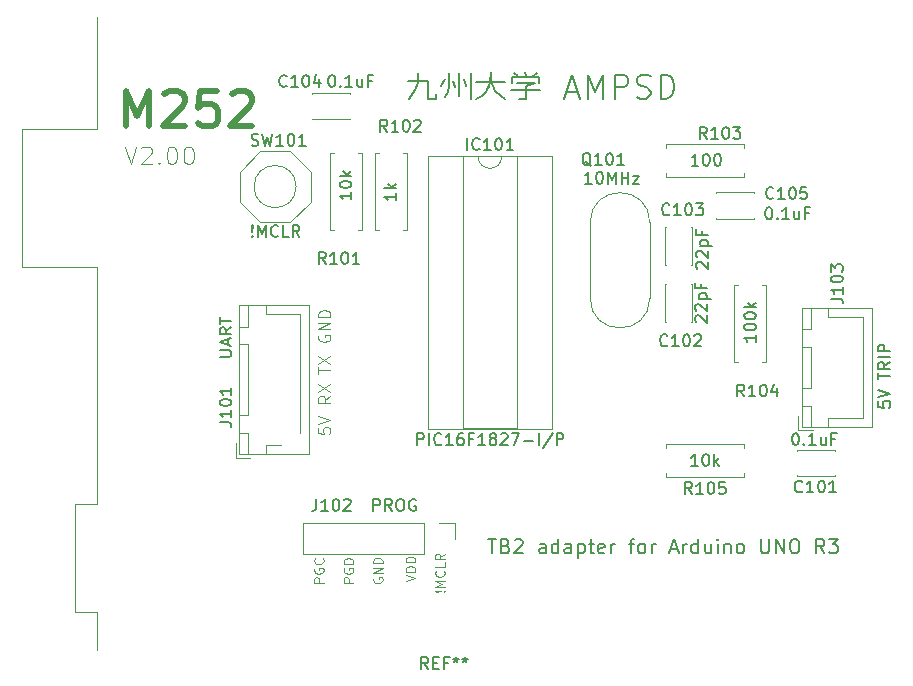
<source format=gbr>
%TF.GenerationSoftware,KiCad,Pcbnew,8.0.8-8.0.8-0~ubuntu22.04.1*%
%TF.CreationDate,2025-01-20T16:52:57+09:00*%
%TF.ProjectId,M252,4d323532-2e6b-4696-9361-645f70636258,2.00*%
%TF.SameCoordinates,Original*%
%TF.FileFunction,Legend,Top*%
%TF.FilePolarity,Positive*%
%FSLAX46Y46*%
G04 Gerber Fmt 4.6, Leading zero omitted, Abs format (unit mm)*
G04 Created by KiCad (PCBNEW 8.0.8-8.0.8-0~ubuntu22.04.1) date 2025-01-20 16:52:57*
%MOMM*%
%LPD*%
G01*
G04 APERTURE LIST*
%ADD10C,0.125000*%
%ADD11C,0.100000*%
%ADD12C,0.500000*%
%ADD13C,0.200000*%
%ADD14C,0.150000*%
%ADD15C,0.120000*%
G04 APERTURE END LIST*
D10*
X106300595Y-101727287D02*
X105500595Y-101727287D01*
X105500595Y-101727287D02*
X105500595Y-101422525D01*
X105500595Y-101422525D02*
X105538690Y-101346335D01*
X105538690Y-101346335D02*
X105576785Y-101308240D01*
X105576785Y-101308240D02*
X105652976Y-101270144D01*
X105652976Y-101270144D02*
X105767261Y-101270144D01*
X105767261Y-101270144D02*
X105843452Y-101308240D01*
X105843452Y-101308240D02*
X105881547Y-101346335D01*
X105881547Y-101346335D02*
X105919642Y-101422525D01*
X105919642Y-101422525D02*
X105919642Y-101727287D01*
X105538690Y-100508240D02*
X105500595Y-100584430D01*
X105500595Y-100584430D02*
X105500595Y-100698716D01*
X105500595Y-100698716D02*
X105538690Y-100813002D01*
X105538690Y-100813002D02*
X105614880Y-100889192D01*
X105614880Y-100889192D02*
X105691071Y-100927287D01*
X105691071Y-100927287D02*
X105843452Y-100965383D01*
X105843452Y-100965383D02*
X105957738Y-100965383D01*
X105957738Y-100965383D02*
X106110119Y-100927287D01*
X106110119Y-100927287D02*
X106186309Y-100889192D01*
X106186309Y-100889192D02*
X106262500Y-100813002D01*
X106262500Y-100813002D02*
X106300595Y-100698716D01*
X106300595Y-100698716D02*
X106300595Y-100622525D01*
X106300595Y-100622525D02*
X106262500Y-100508240D01*
X106262500Y-100508240D02*
X106224404Y-100470144D01*
X106224404Y-100470144D02*
X105957738Y-100470144D01*
X105957738Y-100470144D02*
X105957738Y-100622525D01*
X106224404Y-99670144D02*
X106262500Y-99708240D01*
X106262500Y-99708240D02*
X106300595Y-99822525D01*
X106300595Y-99822525D02*
X106300595Y-99898716D01*
X106300595Y-99898716D02*
X106262500Y-100013002D01*
X106262500Y-100013002D02*
X106186309Y-100089192D01*
X106186309Y-100089192D02*
X106110119Y-100127287D01*
X106110119Y-100127287D02*
X105957738Y-100165383D01*
X105957738Y-100165383D02*
X105843452Y-100165383D01*
X105843452Y-100165383D02*
X105691071Y-100127287D01*
X105691071Y-100127287D02*
X105614880Y-100089192D01*
X105614880Y-100089192D02*
X105538690Y-100013002D01*
X105538690Y-100013002D02*
X105500595Y-99898716D01*
X105500595Y-99898716D02*
X105500595Y-99822525D01*
X105500595Y-99822525D02*
X105538690Y-99708240D01*
X105538690Y-99708240D02*
X105576785Y-99670144D01*
X113250595Y-101591573D02*
X114050595Y-101324906D01*
X114050595Y-101324906D02*
X113250595Y-101058240D01*
X114050595Y-100791573D02*
X113250595Y-100791573D01*
X113250595Y-100791573D02*
X113250595Y-100601097D01*
X113250595Y-100601097D02*
X113288690Y-100486811D01*
X113288690Y-100486811D02*
X113364880Y-100410621D01*
X113364880Y-100410621D02*
X113441071Y-100372526D01*
X113441071Y-100372526D02*
X113593452Y-100334430D01*
X113593452Y-100334430D02*
X113707738Y-100334430D01*
X113707738Y-100334430D02*
X113860119Y-100372526D01*
X113860119Y-100372526D02*
X113936309Y-100410621D01*
X113936309Y-100410621D02*
X114012500Y-100486811D01*
X114012500Y-100486811D02*
X114050595Y-100601097D01*
X114050595Y-100601097D02*
X114050595Y-100791573D01*
X114050595Y-99991573D02*
X113250595Y-99991573D01*
X113250595Y-99991573D02*
X113250595Y-99801097D01*
X113250595Y-99801097D02*
X113288690Y-99686811D01*
X113288690Y-99686811D02*
X113364880Y-99610621D01*
X113364880Y-99610621D02*
X113441071Y-99572526D01*
X113441071Y-99572526D02*
X113593452Y-99534430D01*
X113593452Y-99534430D02*
X113707738Y-99534430D01*
X113707738Y-99534430D02*
X113860119Y-99572526D01*
X113860119Y-99572526D02*
X113936309Y-99610621D01*
X113936309Y-99610621D02*
X114012500Y-99686811D01*
X114012500Y-99686811D02*
X114050595Y-99801097D01*
X114050595Y-99801097D02*
X114050595Y-99991573D01*
X108800595Y-101727287D02*
X108000595Y-101727287D01*
X108000595Y-101727287D02*
X108000595Y-101422525D01*
X108000595Y-101422525D02*
X108038690Y-101346335D01*
X108038690Y-101346335D02*
X108076785Y-101308240D01*
X108076785Y-101308240D02*
X108152976Y-101270144D01*
X108152976Y-101270144D02*
X108267261Y-101270144D01*
X108267261Y-101270144D02*
X108343452Y-101308240D01*
X108343452Y-101308240D02*
X108381547Y-101346335D01*
X108381547Y-101346335D02*
X108419642Y-101422525D01*
X108419642Y-101422525D02*
X108419642Y-101727287D01*
X108038690Y-100508240D02*
X108000595Y-100584430D01*
X108000595Y-100584430D02*
X108000595Y-100698716D01*
X108000595Y-100698716D02*
X108038690Y-100813002D01*
X108038690Y-100813002D02*
X108114880Y-100889192D01*
X108114880Y-100889192D02*
X108191071Y-100927287D01*
X108191071Y-100927287D02*
X108343452Y-100965383D01*
X108343452Y-100965383D02*
X108457738Y-100965383D01*
X108457738Y-100965383D02*
X108610119Y-100927287D01*
X108610119Y-100927287D02*
X108686309Y-100889192D01*
X108686309Y-100889192D02*
X108762500Y-100813002D01*
X108762500Y-100813002D02*
X108800595Y-100698716D01*
X108800595Y-100698716D02*
X108800595Y-100622525D01*
X108800595Y-100622525D02*
X108762500Y-100508240D01*
X108762500Y-100508240D02*
X108724404Y-100470144D01*
X108724404Y-100470144D02*
X108457738Y-100470144D01*
X108457738Y-100470144D02*
X108457738Y-100622525D01*
X108800595Y-100127287D02*
X108000595Y-100127287D01*
X108000595Y-100127287D02*
X108000595Y-99936811D01*
X108000595Y-99936811D02*
X108038690Y-99822525D01*
X108038690Y-99822525D02*
X108114880Y-99746335D01*
X108114880Y-99746335D02*
X108191071Y-99708240D01*
X108191071Y-99708240D02*
X108343452Y-99670144D01*
X108343452Y-99670144D02*
X108457738Y-99670144D01*
X108457738Y-99670144D02*
X108610119Y-99708240D01*
X108610119Y-99708240D02*
X108686309Y-99746335D01*
X108686309Y-99746335D02*
X108762500Y-99822525D01*
X108762500Y-99822525D02*
X108800595Y-99936811D01*
X108800595Y-99936811D02*
X108800595Y-100127287D01*
D11*
X105872419Y-84038972D02*
X105872419Y-83467544D01*
X106872419Y-83753258D02*
X105872419Y-83753258D01*
X105872419Y-83229448D02*
X106872419Y-82562782D01*
X105872419Y-82562782D02*
X106872419Y-83229448D01*
D12*
X89543232Y-63106857D02*
X89543232Y-60106857D01*
X89543232Y-60106857D02*
X90543232Y-62249714D01*
X90543232Y-62249714D02*
X91543232Y-60106857D01*
X91543232Y-60106857D02*
X91543232Y-63106857D01*
X92828946Y-60392571D02*
X92971803Y-60249714D01*
X92971803Y-60249714D02*
X93257518Y-60106857D01*
X93257518Y-60106857D02*
X93971803Y-60106857D01*
X93971803Y-60106857D02*
X94257518Y-60249714D01*
X94257518Y-60249714D02*
X94400375Y-60392571D01*
X94400375Y-60392571D02*
X94543232Y-60678285D01*
X94543232Y-60678285D02*
X94543232Y-60964000D01*
X94543232Y-60964000D02*
X94400375Y-61392571D01*
X94400375Y-61392571D02*
X92686089Y-63106857D01*
X92686089Y-63106857D02*
X94543232Y-63106857D01*
X97257518Y-60106857D02*
X95828946Y-60106857D01*
X95828946Y-60106857D02*
X95686089Y-61535428D01*
X95686089Y-61535428D02*
X95828946Y-61392571D01*
X95828946Y-61392571D02*
X96114661Y-61249714D01*
X96114661Y-61249714D02*
X96828946Y-61249714D01*
X96828946Y-61249714D02*
X97114661Y-61392571D01*
X97114661Y-61392571D02*
X97257518Y-61535428D01*
X97257518Y-61535428D02*
X97400375Y-61821142D01*
X97400375Y-61821142D02*
X97400375Y-62535428D01*
X97400375Y-62535428D02*
X97257518Y-62821142D01*
X97257518Y-62821142D02*
X97114661Y-62964000D01*
X97114661Y-62964000D02*
X96828946Y-63106857D01*
X96828946Y-63106857D02*
X96114661Y-63106857D01*
X96114661Y-63106857D02*
X95828946Y-62964000D01*
X95828946Y-62964000D02*
X95686089Y-62821142D01*
X98543232Y-60392571D02*
X98686089Y-60249714D01*
X98686089Y-60249714D02*
X98971804Y-60106857D01*
X98971804Y-60106857D02*
X99686089Y-60106857D01*
X99686089Y-60106857D02*
X99971804Y-60249714D01*
X99971804Y-60249714D02*
X100114661Y-60392571D01*
X100114661Y-60392571D02*
X100257518Y-60678285D01*
X100257518Y-60678285D02*
X100257518Y-60964000D01*
X100257518Y-60964000D02*
X100114661Y-61392571D01*
X100114661Y-61392571D02*
X98400375Y-63106857D01*
X98400375Y-63106857D02*
X100257518Y-63106857D01*
D11*
X105920038Y-80772306D02*
X105872419Y-80867544D01*
X105872419Y-80867544D02*
X105872419Y-81010401D01*
X105872419Y-81010401D02*
X105920038Y-81153258D01*
X105920038Y-81153258D02*
X106015276Y-81248496D01*
X106015276Y-81248496D02*
X106110514Y-81296115D01*
X106110514Y-81296115D02*
X106300990Y-81343734D01*
X106300990Y-81343734D02*
X106443847Y-81343734D01*
X106443847Y-81343734D02*
X106634323Y-81296115D01*
X106634323Y-81296115D02*
X106729561Y-81248496D01*
X106729561Y-81248496D02*
X106824800Y-81153258D01*
X106824800Y-81153258D02*
X106872419Y-81010401D01*
X106872419Y-81010401D02*
X106872419Y-80915163D01*
X106872419Y-80915163D02*
X106824800Y-80772306D01*
X106824800Y-80772306D02*
X106777180Y-80724687D01*
X106777180Y-80724687D02*
X106443847Y-80724687D01*
X106443847Y-80724687D02*
X106443847Y-80915163D01*
X106872419Y-80296115D02*
X105872419Y-80296115D01*
X105872419Y-80296115D02*
X106872419Y-79724687D01*
X106872419Y-79724687D02*
X105872419Y-79724687D01*
X106872419Y-79248496D02*
X105872419Y-79248496D01*
X105872419Y-79248496D02*
X105872419Y-79010401D01*
X105872419Y-79010401D02*
X105920038Y-78867544D01*
X105920038Y-78867544D02*
X106015276Y-78772306D01*
X106015276Y-78772306D02*
X106110514Y-78724687D01*
X106110514Y-78724687D02*
X106300990Y-78677068D01*
X106300990Y-78677068D02*
X106443847Y-78677068D01*
X106443847Y-78677068D02*
X106634323Y-78724687D01*
X106634323Y-78724687D02*
X106729561Y-78772306D01*
X106729561Y-78772306D02*
X106824800Y-78867544D01*
X106824800Y-78867544D02*
X106872419Y-79010401D01*
X106872419Y-79010401D02*
X106872419Y-79248496D01*
D13*
X114274435Y-58554361D02*
X114274435Y-59411504D01*
X114274435Y-59411504D02*
X114083958Y-59982933D01*
X114083958Y-59982933D02*
X113893482Y-60268647D01*
X113893482Y-60268647D02*
X113512530Y-60744838D01*
X113417292Y-59221028D02*
X115131578Y-59221028D01*
X115131578Y-59221028D02*
X115131578Y-60744838D01*
X115131578Y-60744838D02*
X115798244Y-60744838D01*
X115798244Y-60744838D02*
X115798244Y-60363885D01*
X117798244Y-58554361D02*
X117798244Y-60554361D01*
X118750625Y-58554361D02*
X118750625Y-60744838D01*
X117226816Y-59221028D02*
X117417292Y-59792457D01*
X118179197Y-59125790D02*
X118369673Y-59697219D01*
X116560149Y-59125790D02*
X116274435Y-59697219D01*
X116941101Y-58554361D02*
X116941101Y-59697219D01*
X116941101Y-59697219D02*
X116845863Y-60173409D01*
X116845863Y-60173409D02*
X116560149Y-60649600D01*
X119226816Y-59316266D02*
X121703006Y-59316266D01*
X120464911Y-58459123D02*
X120464911Y-59221028D01*
X120464911Y-59221028D02*
X120845863Y-60078171D01*
X120845863Y-60078171D02*
X121322054Y-60554361D01*
X121322054Y-60554361D02*
X121703006Y-60744838D01*
X120369673Y-59411504D02*
X120083959Y-60173409D01*
X120083959Y-60173409D02*
X119703006Y-60554361D01*
X119703006Y-60554361D02*
X119226816Y-60744838D01*
X120464911Y-58649600D02*
X120274435Y-59792457D01*
X122179197Y-59982933D02*
X124655387Y-59982933D01*
X122845863Y-60744838D02*
X123417292Y-60744838D01*
X122274435Y-58935314D02*
X122274435Y-59411504D01*
X123417292Y-59792457D02*
X123417292Y-60744838D01*
X122274435Y-58935314D02*
X124560149Y-58935314D01*
X124560149Y-58935314D02*
X124560149Y-59411504D01*
X122464911Y-58554361D02*
X122750625Y-58840076D01*
X124369673Y-58554361D02*
X123988721Y-58935314D01*
X123322054Y-58459123D02*
X123417292Y-58840076D01*
X122655387Y-59411504D02*
X124179197Y-59411504D01*
X124179197Y-59411504D02*
X123417292Y-59697219D01*
X126845864Y-60173409D02*
X127798245Y-60173409D01*
X126655388Y-60744838D02*
X127322054Y-58744838D01*
X127322054Y-58744838D02*
X127988721Y-60744838D01*
X128655388Y-60744838D02*
X128655388Y-58744838D01*
X128655388Y-58744838D02*
X129322055Y-60173409D01*
X129322055Y-60173409D02*
X129988721Y-58744838D01*
X129988721Y-58744838D02*
X129988721Y-60744838D01*
X130941102Y-60744838D02*
X130941102Y-58744838D01*
X130941102Y-58744838D02*
X131703007Y-58744838D01*
X131703007Y-58744838D02*
X131893483Y-58840076D01*
X131893483Y-58840076D02*
X131988721Y-58935314D01*
X131988721Y-58935314D02*
X132083959Y-59125790D01*
X132083959Y-59125790D02*
X132083959Y-59411504D01*
X132083959Y-59411504D02*
X131988721Y-59601980D01*
X131988721Y-59601980D02*
X131893483Y-59697219D01*
X131893483Y-59697219D02*
X131703007Y-59792457D01*
X131703007Y-59792457D02*
X130941102Y-59792457D01*
X132845864Y-60649600D02*
X133131578Y-60744838D01*
X133131578Y-60744838D02*
X133607769Y-60744838D01*
X133607769Y-60744838D02*
X133798245Y-60649600D01*
X133798245Y-60649600D02*
X133893483Y-60554361D01*
X133893483Y-60554361D02*
X133988721Y-60363885D01*
X133988721Y-60363885D02*
X133988721Y-60173409D01*
X133988721Y-60173409D02*
X133893483Y-59982933D01*
X133893483Y-59982933D02*
X133798245Y-59887695D01*
X133798245Y-59887695D02*
X133607769Y-59792457D01*
X133607769Y-59792457D02*
X133226816Y-59697219D01*
X133226816Y-59697219D02*
X133036340Y-59601980D01*
X133036340Y-59601980D02*
X132941102Y-59506742D01*
X132941102Y-59506742D02*
X132845864Y-59316266D01*
X132845864Y-59316266D02*
X132845864Y-59125790D01*
X132845864Y-59125790D02*
X132941102Y-58935314D01*
X132941102Y-58935314D02*
X133036340Y-58840076D01*
X133036340Y-58840076D02*
X133226816Y-58744838D01*
X133226816Y-58744838D02*
X133703007Y-58744838D01*
X133703007Y-58744838D02*
X133988721Y-58840076D01*
X134845864Y-60744838D02*
X134845864Y-58744838D01*
X134845864Y-58744838D02*
X135322054Y-58744838D01*
X135322054Y-58744838D02*
X135607769Y-58840076D01*
X135607769Y-58840076D02*
X135798245Y-59030552D01*
X135798245Y-59030552D02*
X135893483Y-59221028D01*
X135893483Y-59221028D02*
X135988721Y-59601980D01*
X135988721Y-59601980D02*
X135988721Y-59887695D01*
X135988721Y-59887695D02*
X135893483Y-60268647D01*
X135893483Y-60268647D02*
X135798245Y-60459123D01*
X135798245Y-60459123D02*
X135607769Y-60649600D01*
X135607769Y-60649600D02*
X135322054Y-60744838D01*
X135322054Y-60744838D02*
X134845864Y-60744838D01*
D14*
X153269819Y-86387030D02*
X153269819Y-86863220D01*
X153269819Y-86863220D02*
X153746009Y-86910839D01*
X153746009Y-86910839D02*
X153698390Y-86863220D01*
X153698390Y-86863220D02*
X153650771Y-86767982D01*
X153650771Y-86767982D02*
X153650771Y-86529887D01*
X153650771Y-86529887D02*
X153698390Y-86434649D01*
X153698390Y-86434649D02*
X153746009Y-86387030D01*
X153746009Y-86387030D02*
X153841247Y-86339411D01*
X153841247Y-86339411D02*
X154079342Y-86339411D01*
X154079342Y-86339411D02*
X154174580Y-86387030D01*
X154174580Y-86387030D02*
X154222200Y-86434649D01*
X154222200Y-86434649D02*
X154269819Y-86529887D01*
X154269819Y-86529887D02*
X154269819Y-86767982D01*
X154269819Y-86767982D02*
X154222200Y-86863220D01*
X154222200Y-86863220D02*
X154174580Y-86910839D01*
X153269819Y-86053696D02*
X154269819Y-85720363D01*
X154269819Y-85720363D02*
X153269819Y-85387030D01*
D13*
X120245863Y-98042742D02*
X120931578Y-98042742D01*
X120588720Y-99242742D02*
X120588720Y-98042742D01*
X121731578Y-98614171D02*
X121903006Y-98671314D01*
X121903006Y-98671314D02*
X121960149Y-98728457D01*
X121960149Y-98728457D02*
X122017292Y-98842742D01*
X122017292Y-98842742D02*
X122017292Y-99014171D01*
X122017292Y-99014171D02*
X121960149Y-99128457D01*
X121960149Y-99128457D02*
X121903006Y-99185600D01*
X121903006Y-99185600D02*
X121788721Y-99242742D01*
X121788721Y-99242742D02*
X121331578Y-99242742D01*
X121331578Y-99242742D02*
X121331578Y-98042742D01*
X121331578Y-98042742D02*
X121731578Y-98042742D01*
X121731578Y-98042742D02*
X121845864Y-98099885D01*
X121845864Y-98099885D02*
X121903006Y-98157028D01*
X121903006Y-98157028D02*
X121960149Y-98271314D01*
X121960149Y-98271314D02*
X121960149Y-98385600D01*
X121960149Y-98385600D02*
X121903006Y-98499885D01*
X121903006Y-98499885D02*
X121845864Y-98557028D01*
X121845864Y-98557028D02*
X121731578Y-98614171D01*
X121731578Y-98614171D02*
X121331578Y-98614171D01*
X122474435Y-98157028D02*
X122531578Y-98099885D01*
X122531578Y-98099885D02*
X122645864Y-98042742D01*
X122645864Y-98042742D02*
X122931578Y-98042742D01*
X122931578Y-98042742D02*
X123045864Y-98099885D01*
X123045864Y-98099885D02*
X123103006Y-98157028D01*
X123103006Y-98157028D02*
X123160149Y-98271314D01*
X123160149Y-98271314D02*
X123160149Y-98385600D01*
X123160149Y-98385600D02*
X123103006Y-98557028D01*
X123103006Y-98557028D02*
X122417292Y-99242742D01*
X122417292Y-99242742D02*
X123160149Y-99242742D01*
X125103007Y-99242742D02*
X125103007Y-98614171D01*
X125103007Y-98614171D02*
X125045864Y-98499885D01*
X125045864Y-98499885D02*
X124931578Y-98442742D01*
X124931578Y-98442742D02*
X124703007Y-98442742D01*
X124703007Y-98442742D02*
X124588721Y-98499885D01*
X125103007Y-99185600D02*
X124988721Y-99242742D01*
X124988721Y-99242742D02*
X124703007Y-99242742D01*
X124703007Y-99242742D02*
X124588721Y-99185600D01*
X124588721Y-99185600D02*
X124531578Y-99071314D01*
X124531578Y-99071314D02*
X124531578Y-98957028D01*
X124531578Y-98957028D02*
X124588721Y-98842742D01*
X124588721Y-98842742D02*
X124703007Y-98785600D01*
X124703007Y-98785600D02*
X124988721Y-98785600D01*
X124988721Y-98785600D02*
X125103007Y-98728457D01*
X126188721Y-99242742D02*
X126188721Y-98042742D01*
X126188721Y-99185600D02*
X126074435Y-99242742D01*
X126074435Y-99242742D02*
X125845863Y-99242742D01*
X125845863Y-99242742D02*
X125731578Y-99185600D01*
X125731578Y-99185600D02*
X125674435Y-99128457D01*
X125674435Y-99128457D02*
X125617292Y-99014171D01*
X125617292Y-99014171D02*
X125617292Y-98671314D01*
X125617292Y-98671314D02*
X125674435Y-98557028D01*
X125674435Y-98557028D02*
X125731578Y-98499885D01*
X125731578Y-98499885D02*
X125845863Y-98442742D01*
X125845863Y-98442742D02*
X126074435Y-98442742D01*
X126074435Y-98442742D02*
X126188721Y-98499885D01*
X127274435Y-99242742D02*
X127274435Y-98614171D01*
X127274435Y-98614171D02*
X127217292Y-98499885D01*
X127217292Y-98499885D02*
X127103006Y-98442742D01*
X127103006Y-98442742D02*
X126874435Y-98442742D01*
X126874435Y-98442742D02*
X126760149Y-98499885D01*
X127274435Y-99185600D02*
X127160149Y-99242742D01*
X127160149Y-99242742D02*
X126874435Y-99242742D01*
X126874435Y-99242742D02*
X126760149Y-99185600D01*
X126760149Y-99185600D02*
X126703006Y-99071314D01*
X126703006Y-99071314D02*
X126703006Y-98957028D01*
X126703006Y-98957028D02*
X126760149Y-98842742D01*
X126760149Y-98842742D02*
X126874435Y-98785600D01*
X126874435Y-98785600D02*
X127160149Y-98785600D01*
X127160149Y-98785600D02*
X127274435Y-98728457D01*
X127845863Y-98442742D02*
X127845863Y-99642742D01*
X127845863Y-98499885D02*
X127960149Y-98442742D01*
X127960149Y-98442742D02*
X128188720Y-98442742D01*
X128188720Y-98442742D02*
X128303006Y-98499885D01*
X128303006Y-98499885D02*
X128360149Y-98557028D01*
X128360149Y-98557028D02*
X128417291Y-98671314D01*
X128417291Y-98671314D02*
X128417291Y-99014171D01*
X128417291Y-99014171D02*
X128360149Y-99128457D01*
X128360149Y-99128457D02*
X128303006Y-99185600D01*
X128303006Y-99185600D02*
X128188720Y-99242742D01*
X128188720Y-99242742D02*
X127960149Y-99242742D01*
X127960149Y-99242742D02*
X127845863Y-99185600D01*
X128760148Y-98442742D02*
X129217291Y-98442742D01*
X128931577Y-98042742D02*
X128931577Y-99071314D01*
X128931577Y-99071314D02*
X128988720Y-99185600D01*
X128988720Y-99185600D02*
X129103005Y-99242742D01*
X129103005Y-99242742D02*
X129217291Y-99242742D01*
X130074434Y-99185600D02*
X129960148Y-99242742D01*
X129960148Y-99242742D02*
X129731577Y-99242742D01*
X129731577Y-99242742D02*
X129617291Y-99185600D01*
X129617291Y-99185600D02*
X129560148Y-99071314D01*
X129560148Y-99071314D02*
X129560148Y-98614171D01*
X129560148Y-98614171D02*
X129617291Y-98499885D01*
X129617291Y-98499885D02*
X129731577Y-98442742D01*
X129731577Y-98442742D02*
X129960148Y-98442742D01*
X129960148Y-98442742D02*
X130074434Y-98499885D01*
X130074434Y-98499885D02*
X130131577Y-98614171D01*
X130131577Y-98614171D02*
X130131577Y-98728457D01*
X130131577Y-98728457D02*
X129560148Y-98842742D01*
X130645862Y-99242742D02*
X130645862Y-98442742D01*
X130645862Y-98671314D02*
X130703005Y-98557028D01*
X130703005Y-98557028D02*
X130760148Y-98499885D01*
X130760148Y-98499885D02*
X130874433Y-98442742D01*
X130874433Y-98442742D02*
X130988719Y-98442742D01*
X132131576Y-98442742D02*
X132588719Y-98442742D01*
X132303005Y-99242742D02*
X132303005Y-98214171D01*
X132303005Y-98214171D02*
X132360148Y-98099885D01*
X132360148Y-98099885D02*
X132474433Y-98042742D01*
X132474433Y-98042742D02*
X132588719Y-98042742D01*
X133160147Y-99242742D02*
X133045862Y-99185600D01*
X133045862Y-99185600D02*
X132988719Y-99128457D01*
X132988719Y-99128457D02*
X132931576Y-99014171D01*
X132931576Y-99014171D02*
X132931576Y-98671314D01*
X132931576Y-98671314D02*
X132988719Y-98557028D01*
X132988719Y-98557028D02*
X133045862Y-98499885D01*
X133045862Y-98499885D02*
X133160147Y-98442742D01*
X133160147Y-98442742D02*
X133331576Y-98442742D01*
X133331576Y-98442742D02*
X133445862Y-98499885D01*
X133445862Y-98499885D02*
X133503005Y-98557028D01*
X133503005Y-98557028D02*
X133560147Y-98671314D01*
X133560147Y-98671314D02*
X133560147Y-99014171D01*
X133560147Y-99014171D02*
X133503005Y-99128457D01*
X133503005Y-99128457D02*
X133445862Y-99185600D01*
X133445862Y-99185600D02*
X133331576Y-99242742D01*
X133331576Y-99242742D02*
X133160147Y-99242742D01*
X134074433Y-99242742D02*
X134074433Y-98442742D01*
X134074433Y-98671314D02*
X134131576Y-98557028D01*
X134131576Y-98557028D02*
X134188719Y-98499885D01*
X134188719Y-98499885D02*
X134303004Y-98442742D01*
X134303004Y-98442742D02*
X134417290Y-98442742D01*
X135674433Y-98899885D02*
X136245862Y-98899885D01*
X135560147Y-99242742D02*
X135960147Y-98042742D01*
X135960147Y-98042742D02*
X136360147Y-99242742D01*
X136760147Y-99242742D02*
X136760147Y-98442742D01*
X136760147Y-98671314D02*
X136817290Y-98557028D01*
X136817290Y-98557028D02*
X136874433Y-98499885D01*
X136874433Y-98499885D02*
X136988718Y-98442742D01*
X136988718Y-98442742D02*
X137103004Y-98442742D01*
X138017290Y-99242742D02*
X138017290Y-98042742D01*
X138017290Y-99185600D02*
X137903004Y-99242742D01*
X137903004Y-99242742D02*
X137674432Y-99242742D01*
X137674432Y-99242742D02*
X137560147Y-99185600D01*
X137560147Y-99185600D02*
X137503004Y-99128457D01*
X137503004Y-99128457D02*
X137445861Y-99014171D01*
X137445861Y-99014171D02*
X137445861Y-98671314D01*
X137445861Y-98671314D02*
X137503004Y-98557028D01*
X137503004Y-98557028D02*
X137560147Y-98499885D01*
X137560147Y-98499885D02*
X137674432Y-98442742D01*
X137674432Y-98442742D02*
X137903004Y-98442742D01*
X137903004Y-98442742D02*
X138017290Y-98499885D01*
X139103004Y-98442742D02*
X139103004Y-99242742D01*
X138588718Y-98442742D02*
X138588718Y-99071314D01*
X138588718Y-99071314D02*
X138645861Y-99185600D01*
X138645861Y-99185600D02*
X138760146Y-99242742D01*
X138760146Y-99242742D02*
X138931575Y-99242742D01*
X138931575Y-99242742D02*
X139045861Y-99185600D01*
X139045861Y-99185600D02*
X139103004Y-99128457D01*
X139674432Y-99242742D02*
X139674432Y-98442742D01*
X139674432Y-98042742D02*
X139617289Y-98099885D01*
X139617289Y-98099885D02*
X139674432Y-98157028D01*
X139674432Y-98157028D02*
X139731575Y-98099885D01*
X139731575Y-98099885D02*
X139674432Y-98042742D01*
X139674432Y-98042742D02*
X139674432Y-98157028D01*
X140245861Y-98442742D02*
X140245861Y-99242742D01*
X140245861Y-98557028D02*
X140303004Y-98499885D01*
X140303004Y-98499885D02*
X140417289Y-98442742D01*
X140417289Y-98442742D02*
X140588718Y-98442742D01*
X140588718Y-98442742D02*
X140703004Y-98499885D01*
X140703004Y-98499885D02*
X140760147Y-98614171D01*
X140760147Y-98614171D02*
X140760147Y-99242742D01*
X141503003Y-99242742D02*
X141388718Y-99185600D01*
X141388718Y-99185600D02*
X141331575Y-99128457D01*
X141331575Y-99128457D02*
X141274432Y-99014171D01*
X141274432Y-99014171D02*
X141274432Y-98671314D01*
X141274432Y-98671314D02*
X141331575Y-98557028D01*
X141331575Y-98557028D02*
X141388718Y-98499885D01*
X141388718Y-98499885D02*
X141503003Y-98442742D01*
X141503003Y-98442742D02*
X141674432Y-98442742D01*
X141674432Y-98442742D02*
X141788718Y-98499885D01*
X141788718Y-98499885D02*
X141845861Y-98557028D01*
X141845861Y-98557028D02*
X141903003Y-98671314D01*
X141903003Y-98671314D02*
X141903003Y-99014171D01*
X141903003Y-99014171D02*
X141845861Y-99128457D01*
X141845861Y-99128457D02*
X141788718Y-99185600D01*
X141788718Y-99185600D02*
X141674432Y-99242742D01*
X141674432Y-99242742D02*
X141503003Y-99242742D01*
X143331575Y-98042742D02*
X143331575Y-99014171D01*
X143331575Y-99014171D02*
X143388718Y-99128457D01*
X143388718Y-99128457D02*
X143445861Y-99185600D01*
X143445861Y-99185600D02*
X143560146Y-99242742D01*
X143560146Y-99242742D02*
X143788718Y-99242742D01*
X143788718Y-99242742D02*
X143903003Y-99185600D01*
X143903003Y-99185600D02*
X143960146Y-99128457D01*
X143960146Y-99128457D02*
X144017289Y-99014171D01*
X144017289Y-99014171D02*
X144017289Y-98042742D01*
X144588718Y-99242742D02*
X144588718Y-98042742D01*
X144588718Y-98042742D02*
X145274432Y-99242742D01*
X145274432Y-99242742D02*
X145274432Y-98042742D01*
X146074432Y-98042742D02*
X146303004Y-98042742D01*
X146303004Y-98042742D02*
X146417289Y-98099885D01*
X146417289Y-98099885D02*
X146531575Y-98214171D01*
X146531575Y-98214171D02*
X146588718Y-98442742D01*
X146588718Y-98442742D02*
X146588718Y-98842742D01*
X146588718Y-98842742D02*
X146531575Y-99071314D01*
X146531575Y-99071314D02*
X146417289Y-99185600D01*
X146417289Y-99185600D02*
X146303004Y-99242742D01*
X146303004Y-99242742D02*
X146074432Y-99242742D01*
X146074432Y-99242742D02*
X145960147Y-99185600D01*
X145960147Y-99185600D02*
X145845861Y-99071314D01*
X145845861Y-99071314D02*
X145788718Y-98842742D01*
X145788718Y-98842742D02*
X145788718Y-98442742D01*
X145788718Y-98442742D02*
X145845861Y-98214171D01*
X145845861Y-98214171D02*
X145960147Y-98099885D01*
X145960147Y-98099885D02*
X146074432Y-98042742D01*
X148703004Y-99242742D02*
X148303004Y-98671314D01*
X148017290Y-99242742D02*
X148017290Y-98042742D01*
X148017290Y-98042742D02*
X148474433Y-98042742D01*
X148474433Y-98042742D02*
X148588718Y-98099885D01*
X148588718Y-98099885D02*
X148645861Y-98157028D01*
X148645861Y-98157028D02*
X148703004Y-98271314D01*
X148703004Y-98271314D02*
X148703004Y-98442742D01*
X148703004Y-98442742D02*
X148645861Y-98557028D01*
X148645861Y-98557028D02*
X148588718Y-98614171D01*
X148588718Y-98614171D02*
X148474433Y-98671314D01*
X148474433Y-98671314D02*
X148017290Y-98671314D01*
X149103004Y-98042742D02*
X149845861Y-98042742D01*
X149845861Y-98042742D02*
X149445861Y-98499885D01*
X149445861Y-98499885D02*
X149617290Y-98499885D01*
X149617290Y-98499885D02*
X149731576Y-98557028D01*
X149731576Y-98557028D02*
X149788718Y-98614171D01*
X149788718Y-98614171D02*
X149845861Y-98728457D01*
X149845861Y-98728457D02*
X149845861Y-99014171D01*
X149845861Y-99014171D02*
X149788718Y-99128457D01*
X149788718Y-99128457D02*
X149731576Y-99185600D01*
X149731576Y-99185600D02*
X149617290Y-99242742D01*
X149617290Y-99242742D02*
X149274433Y-99242742D01*
X149274433Y-99242742D02*
X149160147Y-99185600D01*
X149160147Y-99185600D02*
X149103004Y-99128457D01*
D11*
X105872419Y-88619925D02*
X105872419Y-89096115D01*
X105872419Y-89096115D02*
X106348609Y-89143734D01*
X106348609Y-89143734D02*
X106300990Y-89096115D01*
X106300990Y-89096115D02*
X106253371Y-89000877D01*
X106253371Y-89000877D02*
X106253371Y-88762782D01*
X106253371Y-88762782D02*
X106300990Y-88667544D01*
X106300990Y-88667544D02*
X106348609Y-88619925D01*
X106348609Y-88619925D02*
X106443847Y-88572306D01*
X106443847Y-88572306D02*
X106681942Y-88572306D01*
X106681942Y-88572306D02*
X106777180Y-88619925D01*
X106777180Y-88619925D02*
X106824800Y-88667544D01*
X106824800Y-88667544D02*
X106872419Y-88762782D01*
X106872419Y-88762782D02*
X106872419Y-89000877D01*
X106872419Y-89000877D02*
X106824800Y-89096115D01*
X106824800Y-89096115D02*
X106777180Y-89143734D01*
X105872419Y-88286591D02*
X106872419Y-87953258D01*
X106872419Y-87953258D02*
X105872419Y-87619925D01*
D10*
X110538690Y-101308240D02*
X110500595Y-101384430D01*
X110500595Y-101384430D02*
X110500595Y-101498716D01*
X110500595Y-101498716D02*
X110538690Y-101613002D01*
X110538690Y-101613002D02*
X110614880Y-101689192D01*
X110614880Y-101689192D02*
X110691071Y-101727287D01*
X110691071Y-101727287D02*
X110843452Y-101765383D01*
X110843452Y-101765383D02*
X110957738Y-101765383D01*
X110957738Y-101765383D02*
X111110119Y-101727287D01*
X111110119Y-101727287D02*
X111186309Y-101689192D01*
X111186309Y-101689192D02*
X111262500Y-101613002D01*
X111262500Y-101613002D02*
X111300595Y-101498716D01*
X111300595Y-101498716D02*
X111300595Y-101422525D01*
X111300595Y-101422525D02*
X111262500Y-101308240D01*
X111262500Y-101308240D02*
X111224404Y-101270144D01*
X111224404Y-101270144D02*
X110957738Y-101270144D01*
X110957738Y-101270144D02*
X110957738Y-101422525D01*
X111300595Y-100927287D02*
X110500595Y-100927287D01*
X110500595Y-100927287D02*
X111300595Y-100470144D01*
X111300595Y-100470144D02*
X110500595Y-100470144D01*
X111300595Y-100089192D02*
X110500595Y-100089192D01*
X110500595Y-100089192D02*
X110500595Y-99898716D01*
X110500595Y-99898716D02*
X110538690Y-99784430D01*
X110538690Y-99784430D02*
X110614880Y-99708240D01*
X110614880Y-99708240D02*
X110691071Y-99670145D01*
X110691071Y-99670145D02*
X110843452Y-99632049D01*
X110843452Y-99632049D02*
X110957738Y-99632049D01*
X110957738Y-99632049D02*
X111110119Y-99670145D01*
X111110119Y-99670145D02*
X111186309Y-99708240D01*
X111186309Y-99708240D02*
X111262500Y-99784430D01*
X111262500Y-99784430D02*
X111300595Y-99898716D01*
X111300595Y-99898716D02*
X111300595Y-100089192D01*
D11*
X89458646Y-64811228D02*
X89958646Y-66311228D01*
X89958646Y-66311228D02*
X90458646Y-64811228D01*
X90887217Y-64954085D02*
X90958645Y-64882657D01*
X90958645Y-64882657D02*
X91101503Y-64811228D01*
X91101503Y-64811228D02*
X91458645Y-64811228D01*
X91458645Y-64811228D02*
X91601503Y-64882657D01*
X91601503Y-64882657D02*
X91672931Y-64954085D01*
X91672931Y-64954085D02*
X91744360Y-65096942D01*
X91744360Y-65096942D02*
X91744360Y-65239800D01*
X91744360Y-65239800D02*
X91672931Y-65454085D01*
X91672931Y-65454085D02*
X90815788Y-66311228D01*
X90815788Y-66311228D02*
X91744360Y-66311228D01*
X92387216Y-66168371D02*
X92458645Y-66239800D01*
X92458645Y-66239800D02*
X92387216Y-66311228D01*
X92387216Y-66311228D02*
X92315788Y-66239800D01*
X92315788Y-66239800D02*
X92387216Y-66168371D01*
X92387216Y-66168371D02*
X92387216Y-66311228D01*
X93387217Y-64811228D02*
X93530074Y-64811228D01*
X93530074Y-64811228D02*
X93672931Y-64882657D01*
X93672931Y-64882657D02*
X93744360Y-64954085D01*
X93744360Y-64954085D02*
X93815788Y-65096942D01*
X93815788Y-65096942D02*
X93887217Y-65382657D01*
X93887217Y-65382657D02*
X93887217Y-65739800D01*
X93887217Y-65739800D02*
X93815788Y-66025514D01*
X93815788Y-66025514D02*
X93744360Y-66168371D01*
X93744360Y-66168371D02*
X93672931Y-66239800D01*
X93672931Y-66239800D02*
X93530074Y-66311228D01*
X93530074Y-66311228D02*
X93387217Y-66311228D01*
X93387217Y-66311228D02*
X93244360Y-66239800D01*
X93244360Y-66239800D02*
X93172931Y-66168371D01*
X93172931Y-66168371D02*
X93101502Y-66025514D01*
X93101502Y-66025514D02*
X93030074Y-65739800D01*
X93030074Y-65739800D02*
X93030074Y-65382657D01*
X93030074Y-65382657D02*
X93101502Y-65096942D01*
X93101502Y-65096942D02*
X93172931Y-64954085D01*
X93172931Y-64954085D02*
X93244360Y-64882657D01*
X93244360Y-64882657D02*
X93387217Y-64811228D01*
X94815788Y-64811228D02*
X94958645Y-64811228D01*
X94958645Y-64811228D02*
X95101502Y-64882657D01*
X95101502Y-64882657D02*
X95172931Y-64954085D01*
X95172931Y-64954085D02*
X95244359Y-65096942D01*
X95244359Y-65096942D02*
X95315788Y-65382657D01*
X95315788Y-65382657D02*
X95315788Y-65739800D01*
X95315788Y-65739800D02*
X95244359Y-66025514D01*
X95244359Y-66025514D02*
X95172931Y-66168371D01*
X95172931Y-66168371D02*
X95101502Y-66239800D01*
X95101502Y-66239800D02*
X94958645Y-66311228D01*
X94958645Y-66311228D02*
X94815788Y-66311228D01*
X94815788Y-66311228D02*
X94672931Y-66239800D01*
X94672931Y-66239800D02*
X94601502Y-66168371D01*
X94601502Y-66168371D02*
X94530073Y-66025514D01*
X94530073Y-66025514D02*
X94458645Y-65739800D01*
X94458645Y-65739800D02*
X94458645Y-65382657D01*
X94458645Y-65382657D02*
X94530073Y-65096942D01*
X94530073Y-65096942D02*
X94601502Y-64954085D01*
X94601502Y-64954085D02*
X94672931Y-64882657D01*
X94672931Y-64882657D02*
X94815788Y-64811228D01*
X106872419Y-85924687D02*
X106396228Y-86258020D01*
X106872419Y-86496115D02*
X105872419Y-86496115D01*
X105872419Y-86496115D02*
X105872419Y-86115163D01*
X105872419Y-86115163D02*
X105920038Y-86019925D01*
X105920038Y-86019925D02*
X105967657Y-85972306D01*
X105967657Y-85972306D02*
X106062895Y-85924687D01*
X106062895Y-85924687D02*
X106205752Y-85924687D01*
X106205752Y-85924687D02*
X106300990Y-85972306D01*
X106300990Y-85972306D02*
X106348609Y-86019925D01*
X106348609Y-86019925D02*
X106396228Y-86115163D01*
X106396228Y-86115163D02*
X106396228Y-86496115D01*
X105872419Y-85591353D02*
X106872419Y-84924687D01*
X105872419Y-84924687D02*
X106872419Y-85591353D01*
D10*
X116474404Y-102477287D02*
X116512500Y-102439192D01*
X116512500Y-102439192D02*
X116550595Y-102477287D01*
X116550595Y-102477287D02*
X116512500Y-102515383D01*
X116512500Y-102515383D02*
X116474404Y-102477287D01*
X116474404Y-102477287D02*
X116550595Y-102477287D01*
X116245833Y-102477287D02*
X115788690Y-102515383D01*
X115788690Y-102515383D02*
X115750595Y-102477287D01*
X115750595Y-102477287D02*
X115788690Y-102439192D01*
X115788690Y-102439192D02*
X116245833Y-102477287D01*
X116245833Y-102477287D02*
X115750595Y-102477287D01*
X116550595Y-102096335D02*
X115750595Y-102096335D01*
X115750595Y-102096335D02*
X116322023Y-101829669D01*
X116322023Y-101829669D02*
X115750595Y-101563002D01*
X115750595Y-101563002D02*
X116550595Y-101563002D01*
X116474404Y-100724906D02*
X116512500Y-100763002D01*
X116512500Y-100763002D02*
X116550595Y-100877287D01*
X116550595Y-100877287D02*
X116550595Y-100953478D01*
X116550595Y-100953478D02*
X116512500Y-101067764D01*
X116512500Y-101067764D02*
X116436309Y-101143954D01*
X116436309Y-101143954D02*
X116360119Y-101182049D01*
X116360119Y-101182049D02*
X116207738Y-101220145D01*
X116207738Y-101220145D02*
X116093452Y-101220145D01*
X116093452Y-101220145D02*
X115941071Y-101182049D01*
X115941071Y-101182049D02*
X115864880Y-101143954D01*
X115864880Y-101143954D02*
X115788690Y-101067764D01*
X115788690Y-101067764D02*
X115750595Y-100953478D01*
X115750595Y-100953478D02*
X115750595Y-100877287D01*
X115750595Y-100877287D02*
X115788690Y-100763002D01*
X115788690Y-100763002D02*
X115826785Y-100724906D01*
X116550595Y-100001097D02*
X116550595Y-100382049D01*
X116550595Y-100382049D02*
X115750595Y-100382049D01*
X116550595Y-99277287D02*
X116169642Y-99543954D01*
X116550595Y-99734430D02*
X115750595Y-99734430D01*
X115750595Y-99734430D02*
X115750595Y-99429668D01*
X115750595Y-99429668D02*
X115788690Y-99353478D01*
X115788690Y-99353478D02*
X115826785Y-99315383D01*
X115826785Y-99315383D02*
X115902976Y-99277287D01*
X115902976Y-99277287D02*
X116017261Y-99277287D01*
X116017261Y-99277287D02*
X116093452Y-99315383D01*
X116093452Y-99315383D02*
X116131547Y-99353478D01*
X116131547Y-99353478D02*
X116169642Y-99429668D01*
X116169642Y-99429668D02*
X116169642Y-99734430D01*
D14*
X115166666Y-109024819D02*
X114833333Y-108548628D01*
X114595238Y-109024819D02*
X114595238Y-108024819D01*
X114595238Y-108024819D02*
X114976190Y-108024819D01*
X114976190Y-108024819D02*
X115071428Y-108072438D01*
X115071428Y-108072438D02*
X115119047Y-108120057D01*
X115119047Y-108120057D02*
X115166666Y-108215295D01*
X115166666Y-108215295D02*
X115166666Y-108358152D01*
X115166666Y-108358152D02*
X115119047Y-108453390D01*
X115119047Y-108453390D02*
X115071428Y-108501009D01*
X115071428Y-108501009D02*
X114976190Y-108548628D01*
X114976190Y-108548628D02*
X114595238Y-108548628D01*
X115595238Y-108501009D02*
X115928571Y-108501009D01*
X116071428Y-109024819D02*
X115595238Y-109024819D01*
X115595238Y-109024819D02*
X115595238Y-108024819D01*
X115595238Y-108024819D02*
X116071428Y-108024819D01*
X116833333Y-108501009D02*
X116500000Y-108501009D01*
X116500000Y-109024819D02*
X116500000Y-108024819D01*
X116500000Y-108024819D02*
X116976190Y-108024819D01*
X117500000Y-108024819D02*
X117500000Y-108262914D01*
X117261905Y-108167676D02*
X117500000Y-108262914D01*
X117500000Y-108262914D02*
X117738095Y-108167676D01*
X117357143Y-108453390D02*
X117500000Y-108262914D01*
X117500000Y-108262914D02*
X117642857Y-108453390D01*
X118261905Y-108024819D02*
X118261905Y-108262914D01*
X118023810Y-108167676D02*
X118261905Y-108262914D01*
X118261905Y-108262914D02*
X118500000Y-108167676D01*
X118119048Y-108453390D02*
X118261905Y-108262914D01*
X118261905Y-108262914D02*
X118404762Y-108453390D01*
X97498819Y-88137714D02*
X98213104Y-88137714D01*
X98213104Y-88137714D02*
X98355961Y-88185333D01*
X98355961Y-88185333D02*
X98451200Y-88280571D01*
X98451200Y-88280571D02*
X98498819Y-88423428D01*
X98498819Y-88423428D02*
X98498819Y-88518666D01*
X98498819Y-87137714D02*
X98498819Y-87709142D01*
X98498819Y-87423428D02*
X97498819Y-87423428D01*
X97498819Y-87423428D02*
X97641676Y-87518666D01*
X97641676Y-87518666D02*
X97736914Y-87613904D01*
X97736914Y-87613904D02*
X97784533Y-87709142D01*
X97498819Y-86518666D02*
X97498819Y-86423428D01*
X97498819Y-86423428D02*
X97546438Y-86328190D01*
X97546438Y-86328190D02*
X97594057Y-86280571D01*
X97594057Y-86280571D02*
X97689295Y-86232952D01*
X97689295Y-86232952D02*
X97879771Y-86185333D01*
X97879771Y-86185333D02*
X98117866Y-86185333D01*
X98117866Y-86185333D02*
X98308342Y-86232952D01*
X98308342Y-86232952D02*
X98403580Y-86280571D01*
X98403580Y-86280571D02*
X98451200Y-86328190D01*
X98451200Y-86328190D02*
X98498819Y-86423428D01*
X98498819Y-86423428D02*
X98498819Y-86518666D01*
X98498819Y-86518666D02*
X98451200Y-86613904D01*
X98451200Y-86613904D02*
X98403580Y-86661523D01*
X98403580Y-86661523D02*
X98308342Y-86709142D01*
X98308342Y-86709142D02*
X98117866Y-86756761D01*
X98117866Y-86756761D02*
X97879771Y-86756761D01*
X97879771Y-86756761D02*
X97689295Y-86709142D01*
X97689295Y-86709142D02*
X97594057Y-86661523D01*
X97594057Y-86661523D02*
X97546438Y-86613904D01*
X97546438Y-86613904D02*
X97498819Y-86518666D01*
X98498819Y-85232952D02*
X98498819Y-85804380D01*
X98498819Y-85518666D02*
X97498819Y-85518666D01*
X97498819Y-85518666D02*
X97641676Y-85613904D01*
X97641676Y-85613904D02*
X97736914Y-85709142D01*
X97736914Y-85709142D02*
X97784533Y-85804380D01*
X97498819Y-82605237D02*
X98308342Y-82605237D01*
X98308342Y-82605237D02*
X98403580Y-82557618D01*
X98403580Y-82557618D02*
X98451200Y-82509999D01*
X98451200Y-82509999D02*
X98498819Y-82414761D01*
X98498819Y-82414761D02*
X98498819Y-82224285D01*
X98498819Y-82224285D02*
X98451200Y-82129047D01*
X98451200Y-82129047D02*
X98403580Y-82081428D01*
X98403580Y-82081428D02*
X98308342Y-82033809D01*
X98308342Y-82033809D02*
X97498819Y-82033809D01*
X98213104Y-81605237D02*
X98213104Y-81129047D01*
X98498819Y-81700475D02*
X97498819Y-81367142D01*
X97498819Y-81367142D02*
X98498819Y-81033809D01*
X98498819Y-80129047D02*
X98022628Y-80462380D01*
X98498819Y-80700475D02*
X97498819Y-80700475D01*
X97498819Y-80700475D02*
X97498819Y-80319523D01*
X97498819Y-80319523D02*
X97546438Y-80224285D01*
X97546438Y-80224285D02*
X97594057Y-80176666D01*
X97594057Y-80176666D02*
X97689295Y-80129047D01*
X97689295Y-80129047D02*
X97832152Y-80129047D01*
X97832152Y-80129047D02*
X97927390Y-80176666D01*
X97927390Y-80176666D02*
X97975009Y-80224285D01*
X97975009Y-80224285D02*
X98022628Y-80319523D01*
X98022628Y-80319523D02*
X98022628Y-80700475D01*
X97498819Y-79843332D02*
X97498819Y-79271904D01*
X98498819Y-79557618D02*
X97498819Y-79557618D01*
X106480952Y-74754819D02*
X106147619Y-74278628D01*
X105909524Y-74754819D02*
X105909524Y-73754819D01*
X105909524Y-73754819D02*
X106290476Y-73754819D01*
X106290476Y-73754819D02*
X106385714Y-73802438D01*
X106385714Y-73802438D02*
X106433333Y-73850057D01*
X106433333Y-73850057D02*
X106480952Y-73945295D01*
X106480952Y-73945295D02*
X106480952Y-74088152D01*
X106480952Y-74088152D02*
X106433333Y-74183390D01*
X106433333Y-74183390D02*
X106385714Y-74231009D01*
X106385714Y-74231009D02*
X106290476Y-74278628D01*
X106290476Y-74278628D02*
X105909524Y-74278628D01*
X107433333Y-74754819D02*
X106861905Y-74754819D01*
X107147619Y-74754819D02*
X107147619Y-73754819D01*
X107147619Y-73754819D02*
X107052381Y-73897676D01*
X107052381Y-73897676D02*
X106957143Y-73992914D01*
X106957143Y-73992914D02*
X106861905Y-74040533D01*
X108052381Y-73754819D02*
X108147619Y-73754819D01*
X108147619Y-73754819D02*
X108242857Y-73802438D01*
X108242857Y-73802438D02*
X108290476Y-73850057D01*
X108290476Y-73850057D02*
X108338095Y-73945295D01*
X108338095Y-73945295D02*
X108385714Y-74135771D01*
X108385714Y-74135771D02*
X108385714Y-74373866D01*
X108385714Y-74373866D02*
X108338095Y-74564342D01*
X108338095Y-74564342D02*
X108290476Y-74659580D01*
X108290476Y-74659580D02*
X108242857Y-74707200D01*
X108242857Y-74707200D02*
X108147619Y-74754819D01*
X108147619Y-74754819D02*
X108052381Y-74754819D01*
X108052381Y-74754819D02*
X107957143Y-74707200D01*
X107957143Y-74707200D02*
X107909524Y-74659580D01*
X107909524Y-74659580D02*
X107861905Y-74564342D01*
X107861905Y-74564342D02*
X107814286Y-74373866D01*
X107814286Y-74373866D02*
X107814286Y-74135771D01*
X107814286Y-74135771D02*
X107861905Y-73945295D01*
X107861905Y-73945295D02*
X107909524Y-73850057D01*
X107909524Y-73850057D02*
X107957143Y-73802438D01*
X107957143Y-73802438D02*
X108052381Y-73754819D01*
X109338095Y-74754819D02*
X108766667Y-74754819D01*
X109052381Y-74754819D02*
X109052381Y-73754819D01*
X109052381Y-73754819D02*
X108957143Y-73897676D01*
X108957143Y-73897676D02*
X108861905Y-73992914D01*
X108861905Y-73992914D02*
X108766667Y-74040533D01*
X108654819Y-68677238D02*
X108654819Y-69248666D01*
X108654819Y-68962952D02*
X107654819Y-68962952D01*
X107654819Y-68962952D02*
X107797676Y-69058190D01*
X107797676Y-69058190D02*
X107892914Y-69153428D01*
X107892914Y-69153428D02*
X107940533Y-69248666D01*
X107654819Y-68058190D02*
X107654819Y-67962952D01*
X107654819Y-67962952D02*
X107702438Y-67867714D01*
X107702438Y-67867714D02*
X107750057Y-67820095D01*
X107750057Y-67820095D02*
X107845295Y-67772476D01*
X107845295Y-67772476D02*
X108035771Y-67724857D01*
X108035771Y-67724857D02*
X108273866Y-67724857D01*
X108273866Y-67724857D02*
X108464342Y-67772476D01*
X108464342Y-67772476D02*
X108559580Y-67820095D01*
X108559580Y-67820095D02*
X108607200Y-67867714D01*
X108607200Y-67867714D02*
X108654819Y-67962952D01*
X108654819Y-67962952D02*
X108654819Y-68058190D01*
X108654819Y-68058190D02*
X108607200Y-68153428D01*
X108607200Y-68153428D02*
X108559580Y-68201047D01*
X108559580Y-68201047D02*
X108464342Y-68248666D01*
X108464342Y-68248666D02*
X108273866Y-68296285D01*
X108273866Y-68296285D02*
X108035771Y-68296285D01*
X108035771Y-68296285D02*
X107845295Y-68248666D01*
X107845295Y-68248666D02*
X107750057Y-68201047D01*
X107750057Y-68201047D02*
X107702438Y-68153428D01*
X107702438Y-68153428D02*
X107654819Y-68058190D01*
X108654819Y-67296285D02*
X107654819Y-67296285D01*
X108273866Y-67201047D02*
X108654819Y-66915333D01*
X107988152Y-66915333D02*
X108369104Y-67296285D01*
X135420952Y-81619580D02*
X135373333Y-81667200D01*
X135373333Y-81667200D02*
X135230476Y-81714819D01*
X135230476Y-81714819D02*
X135135238Y-81714819D01*
X135135238Y-81714819D02*
X134992381Y-81667200D01*
X134992381Y-81667200D02*
X134897143Y-81571961D01*
X134897143Y-81571961D02*
X134849524Y-81476723D01*
X134849524Y-81476723D02*
X134801905Y-81286247D01*
X134801905Y-81286247D02*
X134801905Y-81143390D01*
X134801905Y-81143390D02*
X134849524Y-80952914D01*
X134849524Y-80952914D02*
X134897143Y-80857676D01*
X134897143Y-80857676D02*
X134992381Y-80762438D01*
X134992381Y-80762438D02*
X135135238Y-80714819D01*
X135135238Y-80714819D02*
X135230476Y-80714819D01*
X135230476Y-80714819D02*
X135373333Y-80762438D01*
X135373333Y-80762438D02*
X135420952Y-80810057D01*
X136373333Y-81714819D02*
X135801905Y-81714819D01*
X136087619Y-81714819D02*
X136087619Y-80714819D01*
X136087619Y-80714819D02*
X135992381Y-80857676D01*
X135992381Y-80857676D02*
X135897143Y-80952914D01*
X135897143Y-80952914D02*
X135801905Y-81000533D01*
X136992381Y-80714819D02*
X137087619Y-80714819D01*
X137087619Y-80714819D02*
X137182857Y-80762438D01*
X137182857Y-80762438D02*
X137230476Y-80810057D01*
X137230476Y-80810057D02*
X137278095Y-80905295D01*
X137278095Y-80905295D02*
X137325714Y-81095771D01*
X137325714Y-81095771D02*
X137325714Y-81333866D01*
X137325714Y-81333866D02*
X137278095Y-81524342D01*
X137278095Y-81524342D02*
X137230476Y-81619580D01*
X137230476Y-81619580D02*
X137182857Y-81667200D01*
X137182857Y-81667200D02*
X137087619Y-81714819D01*
X137087619Y-81714819D02*
X136992381Y-81714819D01*
X136992381Y-81714819D02*
X136897143Y-81667200D01*
X136897143Y-81667200D02*
X136849524Y-81619580D01*
X136849524Y-81619580D02*
X136801905Y-81524342D01*
X136801905Y-81524342D02*
X136754286Y-81333866D01*
X136754286Y-81333866D02*
X136754286Y-81095771D01*
X136754286Y-81095771D02*
X136801905Y-80905295D01*
X136801905Y-80905295D02*
X136849524Y-80810057D01*
X136849524Y-80810057D02*
X136897143Y-80762438D01*
X136897143Y-80762438D02*
X136992381Y-80714819D01*
X137706667Y-80810057D02*
X137754286Y-80762438D01*
X137754286Y-80762438D02*
X137849524Y-80714819D01*
X137849524Y-80714819D02*
X138087619Y-80714819D01*
X138087619Y-80714819D02*
X138182857Y-80762438D01*
X138182857Y-80762438D02*
X138230476Y-80810057D01*
X138230476Y-80810057D02*
X138278095Y-80905295D01*
X138278095Y-80905295D02*
X138278095Y-81000533D01*
X138278095Y-81000533D02*
X138230476Y-81143390D01*
X138230476Y-81143390D02*
X137659048Y-81714819D01*
X137659048Y-81714819D02*
X138278095Y-81714819D01*
X137848057Y-79672856D02*
X137800438Y-79625237D01*
X137800438Y-79625237D02*
X137752819Y-79529999D01*
X137752819Y-79529999D02*
X137752819Y-79291904D01*
X137752819Y-79291904D02*
X137800438Y-79196666D01*
X137800438Y-79196666D02*
X137848057Y-79149047D01*
X137848057Y-79149047D02*
X137943295Y-79101428D01*
X137943295Y-79101428D02*
X138038533Y-79101428D01*
X138038533Y-79101428D02*
X138181390Y-79149047D01*
X138181390Y-79149047D02*
X138752819Y-79720475D01*
X138752819Y-79720475D02*
X138752819Y-79101428D01*
X137848057Y-78720475D02*
X137800438Y-78672856D01*
X137800438Y-78672856D02*
X137752819Y-78577618D01*
X137752819Y-78577618D02*
X137752819Y-78339523D01*
X137752819Y-78339523D02*
X137800438Y-78244285D01*
X137800438Y-78244285D02*
X137848057Y-78196666D01*
X137848057Y-78196666D02*
X137943295Y-78149047D01*
X137943295Y-78149047D02*
X138038533Y-78149047D01*
X138038533Y-78149047D02*
X138181390Y-78196666D01*
X138181390Y-78196666D02*
X138752819Y-78768094D01*
X138752819Y-78768094D02*
X138752819Y-78149047D01*
X138086152Y-77720475D02*
X139086152Y-77720475D01*
X138133771Y-77720475D02*
X138086152Y-77625237D01*
X138086152Y-77625237D02*
X138086152Y-77434761D01*
X138086152Y-77434761D02*
X138133771Y-77339523D01*
X138133771Y-77339523D02*
X138181390Y-77291904D01*
X138181390Y-77291904D02*
X138276628Y-77244285D01*
X138276628Y-77244285D02*
X138562342Y-77244285D01*
X138562342Y-77244285D02*
X138657580Y-77291904D01*
X138657580Y-77291904D02*
X138705200Y-77339523D01*
X138705200Y-77339523D02*
X138752819Y-77434761D01*
X138752819Y-77434761D02*
X138752819Y-77625237D01*
X138752819Y-77625237D02*
X138705200Y-77720475D01*
X138229009Y-76482380D02*
X138229009Y-76815713D01*
X138752819Y-76815713D02*
X137752819Y-76815713D01*
X137752819Y-76815713D02*
X137752819Y-76339523D01*
X100210286Y-64693200D02*
X100353143Y-64740819D01*
X100353143Y-64740819D02*
X100591238Y-64740819D01*
X100591238Y-64740819D02*
X100686476Y-64693200D01*
X100686476Y-64693200D02*
X100734095Y-64645580D01*
X100734095Y-64645580D02*
X100781714Y-64550342D01*
X100781714Y-64550342D02*
X100781714Y-64455104D01*
X100781714Y-64455104D02*
X100734095Y-64359866D01*
X100734095Y-64359866D02*
X100686476Y-64312247D01*
X100686476Y-64312247D02*
X100591238Y-64264628D01*
X100591238Y-64264628D02*
X100400762Y-64217009D01*
X100400762Y-64217009D02*
X100305524Y-64169390D01*
X100305524Y-64169390D02*
X100257905Y-64121771D01*
X100257905Y-64121771D02*
X100210286Y-64026533D01*
X100210286Y-64026533D02*
X100210286Y-63931295D01*
X100210286Y-63931295D02*
X100257905Y-63836057D01*
X100257905Y-63836057D02*
X100305524Y-63788438D01*
X100305524Y-63788438D02*
X100400762Y-63740819D01*
X100400762Y-63740819D02*
X100638857Y-63740819D01*
X100638857Y-63740819D02*
X100781714Y-63788438D01*
X101115048Y-63740819D02*
X101353143Y-64740819D01*
X101353143Y-64740819D02*
X101543619Y-64026533D01*
X101543619Y-64026533D02*
X101734095Y-64740819D01*
X101734095Y-64740819D02*
X101972191Y-63740819D01*
X102876952Y-64740819D02*
X102305524Y-64740819D01*
X102591238Y-64740819D02*
X102591238Y-63740819D01*
X102591238Y-63740819D02*
X102496000Y-63883676D01*
X102496000Y-63883676D02*
X102400762Y-63978914D01*
X102400762Y-63978914D02*
X102305524Y-64026533D01*
X103496000Y-63740819D02*
X103591238Y-63740819D01*
X103591238Y-63740819D02*
X103686476Y-63788438D01*
X103686476Y-63788438D02*
X103734095Y-63836057D01*
X103734095Y-63836057D02*
X103781714Y-63931295D01*
X103781714Y-63931295D02*
X103829333Y-64121771D01*
X103829333Y-64121771D02*
X103829333Y-64359866D01*
X103829333Y-64359866D02*
X103781714Y-64550342D01*
X103781714Y-64550342D02*
X103734095Y-64645580D01*
X103734095Y-64645580D02*
X103686476Y-64693200D01*
X103686476Y-64693200D02*
X103591238Y-64740819D01*
X103591238Y-64740819D02*
X103496000Y-64740819D01*
X103496000Y-64740819D02*
X103400762Y-64693200D01*
X103400762Y-64693200D02*
X103353143Y-64645580D01*
X103353143Y-64645580D02*
X103305524Y-64550342D01*
X103305524Y-64550342D02*
X103257905Y-64359866D01*
X103257905Y-64359866D02*
X103257905Y-64121771D01*
X103257905Y-64121771D02*
X103305524Y-63931295D01*
X103305524Y-63931295D02*
X103353143Y-63836057D01*
X103353143Y-63836057D02*
X103400762Y-63788438D01*
X103400762Y-63788438D02*
X103496000Y-63740819D01*
X104781714Y-64740819D02*
X104210286Y-64740819D01*
X104496000Y-64740819D02*
X104496000Y-63740819D01*
X104496000Y-63740819D02*
X104400762Y-63883676D01*
X104400762Y-63883676D02*
X104305524Y-63978914D01*
X104305524Y-63978914D02*
X104210286Y-64026533D01*
X100263810Y-72369580D02*
X100311429Y-72417200D01*
X100311429Y-72417200D02*
X100263810Y-72464819D01*
X100263810Y-72464819D02*
X100216191Y-72417200D01*
X100216191Y-72417200D02*
X100263810Y-72369580D01*
X100263810Y-72369580D02*
X100263810Y-72464819D01*
X100263810Y-72083866D02*
X100216191Y-71512438D01*
X100216191Y-71512438D02*
X100263810Y-71464819D01*
X100263810Y-71464819D02*
X100311429Y-71512438D01*
X100311429Y-71512438D02*
X100263810Y-72083866D01*
X100263810Y-72083866D02*
X100263810Y-71464819D01*
X100740000Y-72464819D02*
X100740000Y-71464819D01*
X100740000Y-71464819D02*
X101073333Y-72179104D01*
X101073333Y-72179104D02*
X101406666Y-71464819D01*
X101406666Y-71464819D02*
X101406666Y-72464819D01*
X102454285Y-72369580D02*
X102406666Y-72417200D01*
X102406666Y-72417200D02*
X102263809Y-72464819D01*
X102263809Y-72464819D02*
X102168571Y-72464819D01*
X102168571Y-72464819D02*
X102025714Y-72417200D01*
X102025714Y-72417200D02*
X101930476Y-72321961D01*
X101930476Y-72321961D02*
X101882857Y-72226723D01*
X101882857Y-72226723D02*
X101835238Y-72036247D01*
X101835238Y-72036247D02*
X101835238Y-71893390D01*
X101835238Y-71893390D02*
X101882857Y-71702914D01*
X101882857Y-71702914D02*
X101930476Y-71607676D01*
X101930476Y-71607676D02*
X102025714Y-71512438D01*
X102025714Y-71512438D02*
X102168571Y-71464819D01*
X102168571Y-71464819D02*
X102263809Y-71464819D01*
X102263809Y-71464819D02*
X102406666Y-71512438D01*
X102406666Y-71512438D02*
X102454285Y-71560057D01*
X103359047Y-72464819D02*
X102882857Y-72464819D01*
X102882857Y-72464819D02*
X102882857Y-71464819D01*
X104263809Y-72464819D02*
X103930476Y-71988628D01*
X103692381Y-72464819D02*
X103692381Y-71464819D01*
X103692381Y-71464819D02*
X104073333Y-71464819D01*
X104073333Y-71464819D02*
X104168571Y-71512438D01*
X104168571Y-71512438D02*
X104216190Y-71560057D01*
X104216190Y-71560057D02*
X104263809Y-71655295D01*
X104263809Y-71655295D02*
X104263809Y-71798152D01*
X104263809Y-71798152D02*
X104216190Y-71893390D01*
X104216190Y-71893390D02*
X104168571Y-71941009D01*
X104168571Y-71941009D02*
X104073333Y-71988628D01*
X104073333Y-71988628D02*
X103692381Y-71988628D01*
X141915952Y-85959819D02*
X141582619Y-85483628D01*
X141344524Y-85959819D02*
X141344524Y-84959819D01*
X141344524Y-84959819D02*
X141725476Y-84959819D01*
X141725476Y-84959819D02*
X141820714Y-85007438D01*
X141820714Y-85007438D02*
X141868333Y-85055057D01*
X141868333Y-85055057D02*
X141915952Y-85150295D01*
X141915952Y-85150295D02*
X141915952Y-85293152D01*
X141915952Y-85293152D02*
X141868333Y-85388390D01*
X141868333Y-85388390D02*
X141820714Y-85436009D01*
X141820714Y-85436009D02*
X141725476Y-85483628D01*
X141725476Y-85483628D02*
X141344524Y-85483628D01*
X142868333Y-85959819D02*
X142296905Y-85959819D01*
X142582619Y-85959819D02*
X142582619Y-84959819D01*
X142582619Y-84959819D02*
X142487381Y-85102676D01*
X142487381Y-85102676D02*
X142392143Y-85197914D01*
X142392143Y-85197914D02*
X142296905Y-85245533D01*
X143487381Y-84959819D02*
X143582619Y-84959819D01*
X143582619Y-84959819D02*
X143677857Y-85007438D01*
X143677857Y-85007438D02*
X143725476Y-85055057D01*
X143725476Y-85055057D02*
X143773095Y-85150295D01*
X143773095Y-85150295D02*
X143820714Y-85340771D01*
X143820714Y-85340771D02*
X143820714Y-85578866D01*
X143820714Y-85578866D02*
X143773095Y-85769342D01*
X143773095Y-85769342D02*
X143725476Y-85864580D01*
X143725476Y-85864580D02*
X143677857Y-85912200D01*
X143677857Y-85912200D02*
X143582619Y-85959819D01*
X143582619Y-85959819D02*
X143487381Y-85959819D01*
X143487381Y-85959819D02*
X143392143Y-85912200D01*
X143392143Y-85912200D02*
X143344524Y-85864580D01*
X143344524Y-85864580D02*
X143296905Y-85769342D01*
X143296905Y-85769342D02*
X143249286Y-85578866D01*
X143249286Y-85578866D02*
X143249286Y-85340771D01*
X143249286Y-85340771D02*
X143296905Y-85150295D01*
X143296905Y-85150295D02*
X143344524Y-85055057D01*
X143344524Y-85055057D02*
X143392143Y-85007438D01*
X143392143Y-85007438D02*
X143487381Y-84959819D01*
X144677857Y-85293152D02*
X144677857Y-85959819D01*
X144439762Y-84912200D02*
X144201667Y-85626485D01*
X144201667Y-85626485D02*
X144820714Y-85626485D01*
X142905619Y-80759828D02*
X142905619Y-81331256D01*
X142905619Y-81045542D02*
X141905619Y-81045542D01*
X141905619Y-81045542D02*
X142048476Y-81140780D01*
X142048476Y-81140780D02*
X142143714Y-81236018D01*
X142143714Y-81236018D02*
X142191333Y-81331256D01*
X141905619Y-80140780D02*
X141905619Y-80045542D01*
X141905619Y-80045542D02*
X141953238Y-79950304D01*
X141953238Y-79950304D02*
X142000857Y-79902685D01*
X142000857Y-79902685D02*
X142096095Y-79855066D01*
X142096095Y-79855066D02*
X142286571Y-79807447D01*
X142286571Y-79807447D02*
X142524666Y-79807447D01*
X142524666Y-79807447D02*
X142715142Y-79855066D01*
X142715142Y-79855066D02*
X142810380Y-79902685D01*
X142810380Y-79902685D02*
X142858000Y-79950304D01*
X142858000Y-79950304D02*
X142905619Y-80045542D01*
X142905619Y-80045542D02*
X142905619Y-80140780D01*
X142905619Y-80140780D02*
X142858000Y-80236018D01*
X142858000Y-80236018D02*
X142810380Y-80283637D01*
X142810380Y-80283637D02*
X142715142Y-80331256D01*
X142715142Y-80331256D02*
X142524666Y-80378875D01*
X142524666Y-80378875D02*
X142286571Y-80378875D01*
X142286571Y-80378875D02*
X142096095Y-80331256D01*
X142096095Y-80331256D02*
X142000857Y-80283637D01*
X142000857Y-80283637D02*
X141953238Y-80236018D01*
X141953238Y-80236018D02*
X141905619Y-80140780D01*
X141905619Y-79188399D02*
X141905619Y-79093161D01*
X141905619Y-79093161D02*
X141953238Y-78997923D01*
X141953238Y-78997923D02*
X142000857Y-78950304D01*
X142000857Y-78950304D02*
X142096095Y-78902685D01*
X142096095Y-78902685D02*
X142286571Y-78855066D01*
X142286571Y-78855066D02*
X142524666Y-78855066D01*
X142524666Y-78855066D02*
X142715142Y-78902685D01*
X142715142Y-78902685D02*
X142810380Y-78950304D01*
X142810380Y-78950304D02*
X142858000Y-78997923D01*
X142858000Y-78997923D02*
X142905619Y-79093161D01*
X142905619Y-79093161D02*
X142905619Y-79188399D01*
X142905619Y-79188399D02*
X142858000Y-79283637D01*
X142858000Y-79283637D02*
X142810380Y-79331256D01*
X142810380Y-79331256D02*
X142715142Y-79378875D01*
X142715142Y-79378875D02*
X142524666Y-79426494D01*
X142524666Y-79426494D02*
X142286571Y-79426494D01*
X142286571Y-79426494D02*
X142096095Y-79378875D01*
X142096095Y-79378875D02*
X142000857Y-79331256D01*
X142000857Y-79331256D02*
X141953238Y-79283637D01*
X141953238Y-79283637D02*
X141905619Y-79188399D01*
X142905619Y-78426494D02*
X141905619Y-78426494D01*
X142524666Y-78331256D02*
X142905619Y-78045542D01*
X142238952Y-78045542D02*
X142619904Y-78426494D01*
X137480952Y-94224819D02*
X137147619Y-93748628D01*
X136909524Y-94224819D02*
X136909524Y-93224819D01*
X136909524Y-93224819D02*
X137290476Y-93224819D01*
X137290476Y-93224819D02*
X137385714Y-93272438D01*
X137385714Y-93272438D02*
X137433333Y-93320057D01*
X137433333Y-93320057D02*
X137480952Y-93415295D01*
X137480952Y-93415295D02*
X137480952Y-93558152D01*
X137480952Y-93558152D02*
X137433333Y-93653390D01*
X137433333Y-93653390D02*
X137385714Y-93701009D01*
X137385714Y-93701009D02*
X137290476Y-93748628D01*
X137290476Y-93748628D02*
X136909524Y-93748628D01*
X138433333Y-94224819D02*
X137861905Y-94224819D01*
X138147619Y-94224819D02*
X138147619Y-93224819D01*
X138147619Y-93224819D02*
X138052381Y-93367676D01*
X138052381Y-93367676D02*
X137957143Y-93462914D01*
X137957143Y-93462914D02*
X137861905Y-93510533D01*
X139052381Y-93224819D02*
X139147619Y-93224819D01*
X139147619Y-93224819D02*
X139242857Y-93272438D01*
X139242857Y-93272438D02*
X139290476Y-93320057D01*
X139290476Y-93320057D02*
X139338095Y-93415295D01*
X139338095Y-93415295D02*
X139385714Y-93605771D01*
X139385714Y-93605771D02*
X139385714Y-93843866D01*
X139385714Y-93843866D02*
X139338095Y-94034342D01*
X139338095Y-94034342D02*
X139290476Y-94129580D01*
X139290476Y-94129580D02*
X139242857Y-94177200D01*
X139242857Y-94177200D02*
X139147619Y-94224819D01*
X139147619Y-94224819D02*
X139052381Y-94224819D01*
X139052381Y-94224819D02*
X138957143Y-94177200D01*
X138957143Y-94177200D02*
X138909524Y-94129580D01*
X138909524Y-94129580D02*
X138861905Y-94034342D01*
X138861905Y-94034342D02*
X138814286Y-93843866D01*
X138814286Y-93843866D02*
X138814286Y-93605771D01*
X138814286Y-93605771D02*
X138861905Y-93415295D01*
X138861905Y-93415295D02*
X138909524Y-93320057D01*
X138909524Y-93320057D02*
X138957143Y-93272438D01*
X138957143Y-93272438D02*
X139052381Y-93224819D01*
X140290476Y-93224819D02*
X139814286Y-93224819D01*
X139814286Y-93224819D02*
X139766667Y-93701009D01*
X139766667Y-93701009D02*
X139814286Y-93653390D01*
X139814286Y-93653390D02*
X139909524Y-93605771D01*
X139909524Y-93605771D02*
X140147619Y-93605771D01*
X140147619Y-93605771D02*
X140242857Y-93653390D01*
X140242857Y-93653390D02*
X140290476Y-93701009D01*
X140290476Y-93701009D02*
X140338095Y-93796247D01*
X140338095Y-93796247D02*
X140338095Y-94034342D01*
X140338095Y-94034342D02*
X140290476Y-94129580D01*
X140290476Y-94129580D02*
X140242857Y-94177200D01*
X140242857Y-94177200D02*
X140147619Y-94224819D01*
X140147619Y-94224819D02*
X139909524Y-94224819D01*
X139909524Y-94224819D02*
X139814286Y-94177200D01*
X139814286Y-94177200D02*
X139766667Y-94129580D01*
X138004761Y-91854819D02*
X137433333Y-91854819D01*
X137719047Y-91854819D02*
X137719047Y-90854819D01*
X137719047Y-90854819D02*
X137623809Y-90997676D01*
X137623809Y-90997676D02*
X137528571Y-91092914D01*
X137528571Y-91092914D02*
X137433333Y-91140533D01*
X138623809Y-90854819D02*
X138719047Y-90854819D01*
X138719047Y-90854819D02*
X138814285Y-90902438D01*
X138814285Y-90902438D02*
X138861904Y-90950057D01*
X138861904Y-90950057D02*
X138909523Y-91045295D01*
X138909523Y-91045295D02*
X138957142Y-91235771D01*
X138957142Y-91235771D02*
X138957142Y-91473866D01*
X138957142Y-91473866D02*
X138909523Y-91664342D01*
X138909523Y-91664342D02*
X138861904Y-91759580D01*
X138861904Y-91759580D02*
X138814285Y-91807200D01*
X138814285Y-91807200D02*
X138719047Y-91854819D01*
X138719047Y-91854819D02*
X138623809Y-91854819D01*
X138623809Y-91854819D02*
X138528571Y-91807200D01*
X138528571Y-91807200D02*
X138480952Y-91759580D01*
X138480952Y-91759580D02*
X138433333Y-91664342D01*
X138433333Y-91664342D02*
X138385714Y-91473866D01*
X138385714Y-91473866D02*
X138385714Y-91235771D01*
X138385714Y-91235771D02*
X138433333Y-91045295D01*
X138433333Y-91045295D02*
X138480952Y-90950057D01*
X138480952Y-90950057D02*
X138528571Y-90902438D01*
X138528571Y-90902438D02*
X138623809Y-90854819D01*
X139385714Y-91854819D02*
X139385714Y-90854819D01*
X139480952Y-91473866D02*
X139766666Y-91854819D01*
X139766666Y-91188152D02*
X139385714Y-91569104D01*
X118461429Y-65104819D02*
X118461429Y-64104819D01*
X119509047Y-65009580D02*
X119461428Y-65057200D01*
X119461428Y-65057200D02*
X119318571Y-65104819D01*
X119318571Y-65104819D02*
X119223333Y-65104819D01*
X119223333Y-65104819D02*
X119080476Y-65057200D01*
X119080476Y-65057200D02*
X118985238Y-64961961D01*
X118985238Y-64961961D02*
X118937619Y-64866723D01*
X118937619Y-64866723D02*
X118890000Y-64676247D01*
X118890000Y-64676247D02*
X118890000Y-64533390D01*
X118890000Y-64533390D02*
X118937619Y-64342914D01*
X118937619Y-64342914D02*
X118985238Y-64247676D01*
X118985238Y-64247676D02*
X119080476Y-64152438D01*
X119080476Y-64152438D02*
X119223333Y-64104819D01*
X119223333Y-64104819D02*
X119318571Y-64104819D01*
X119318571Y-64104819D02*
X119461428Y-64152438D01*
X119461428Y-64152438D02*
X119509047Y-64200057D01*
X120461428Y-65104819D02*
X119890000Y-65104819D01*
X120175714Y-65104819D02*
X120175714Y-64104819D01*
X120175714Y-64104819D02*
X120080476Y-64247676D01*
X120080476Y-64247676D02*
X119985238Y-64342914D01*
X119985238Y-64342914D02*
X119890000Y-64390533D01*
X121080476Y-64104819D02*
X121175714Y-64104819D01*
X121175714Y-64104819D02*
X121270952Y-64152438D01*
X121270952Y-64152438D02*
X121318571Y-64200057D01*
X121318571Y-64200057D02*
X121366190Y-64295295D01*
X121366190Y-64295295D02*
X121413809Y-64485771D01*
X121413809Y-64485771D02*
X121413809Y-64723866D01*
X121413809Y-64723866D02*
X121366190Y-64914342D01*
X121366190Y-64914342D02*
X121318571Y-65009580D01*
X121318571Y-65009580D02*
X121270952Y-65057200D01*
X121270952Y-65057200D02*
X121175714Y-65104819D01*
X121175714Y-65104819D02*
X121080476Y-65104819D01*
X121080476Y-65104819D02*
X120985238Y-65057200D01*
X120985238Y-65057200D02*
X120937619Y-65009580D01*
X120937619Y-65009580D02*
X120890000Y-64914342D01*
X120890000Y-64914342D02*
X120842381Y-64723866D01*
X120842381Y-64723866D02*
X120842381Y-64485771D01*
X120842381Y-64485771D02*
X120890000Y-64295295D01*
X120890000Y-64295295D02*
X120937619Y-64200057D01*
X120937619Y-64200057D02*
X120985238Y-64152438D01*
X120985238Y-64152438D02*
X121080476Y-64104819D01*
X122366190Y-65104819D02*
X121794762Y-65104819D01*
X122080476Y-65104819D02*
X122080476Y-64104819D01*
X122080476Y-64104819D02*
X121985238Y-64247676D01*
X121985238Y-64247676D02*
X121890000Y-64342914D01*
X121890000Y-64342914D02*
X121794762Y-64390533D01*
X114223334Y-90084819D02*
X114223334Y-89084819D01*
X114223334Y-89084819D02*
X114604286Y-89084819D01*
X114604286Y-89084819D02*
X114699524Y-89132438D01*
X114699524Y-89132438D02*
X114747143Y-89180057D01*
X114747143Y-89180057D02*
X114794762Y-89275295D01*
X114794762Y-89275295D02*
X114794762Y-89418152D01*
X114794762Y-89418152D02*
X114747143Y-89513390D01*
X114747143Y-89513390D02*
X114699524Y-89561009D01*
X114699524Y-89561009D02*
X114604286Y-89608628D01*
X114604286Y-89608628D02*
X114223334Y-89608628D01*
X115223334Y-90084819D02*
X115223334Y-89084819D01*
X116270952Y-89989580D02*
X116223333Y-90037200D01*
X116223333Y-90037200D02*
X116080476Y-90084819D01*
X116080476Y-90084819D02*
X115985238Y-90084819D01*
X115985238Y-90084819D02*
X115842381Y-90037200D01*
X115842381Y-90037200D02*
X115747143Y-89941961D01*
X115747143Y-89941961D02*
X115699524Y-89846723D01*
X115699524Y-89846723D02*
X115651905Y-89656247D01*
X115651905Y-89656247D02*
X115651905Y-89513390D01*
X115651905Y-89513390D02*
X115699524Y-89322914D01*
X115699524Y-89322914D02*
X115747143Y-89227676D01*
X115747143Y-89227676D02*
X115842381Y-89132438D01*
X115842381Y-89132438D02*
X115985238Y-89084819D01*
X115985238Y-89084819D02*
X116080476Y-89084819D01*
X116080476Y-89084819D02*
X116223333Y-89132438D01*
X116223333Y-89132438D02*
X116270952Y-89180057D01*
X117223333Y-90084819D02*
X116651905Y-90084819D01*
X116937619Y-90084819D02*
X116937619Y-89084819D01*
X116937619Y-89084819D02*
X116842381Y-89227676D01*
X116842381Y-89227676D02*
X116747143Y-89322914D01*
X116747143Y-89322914D02*
X116651905Y-89370533D01*
X118080476Y-89084819D02*
X117890000Y-89084819D01*
X117890000Y-89084819D02*
X117794762Y-89132438D01*
X117794762Y-89132438D02*
X117747143Y-89180057D01*
X117747143Y-89180057D02*
X117651905Y-89322914D01*
X117651905Y-89322914D02*
X117604286Y-89513390D01*
X117604286Y-89513390D02*
X117604286Y-89894342D01*
X117604286Y-89894342D02*
X117651905Y-89989580D01*
X117651905Y-89989580D02*
X117699524Y-90037200D01*
X117699524Y-90037200D02*
X117794762Y-90084819D01*
X117794762Y-90084819D02*
X117985238Y-90084819D01*
X117985238Y-90084819D02*
X118080476Y-90037200D01*
X118080476Y-90037200D02*
X118128095Y-89989580D01*
X118128095Y-89989580D02*
X118175714Y-89894342D01*
X118175714Y-89894342D02*
X118175714Y-89656247D01*
X118175714Y-89656247D02*
X118128095Y-89561009D01*
X118128095Y-89561009D02*
X118080476Y-89513390D01*
X118080476Y-89513390D02*
X117985238Y-89465771D01*
X117985238Y-89465771D02*
X117794762Y-89465771D01*
X117794762Y-89465771D02*
X117699524Y-89513390D01*
X117699524Y-89513390D02*
X117651905Y-89561009D01*
X117651905Y-89561009D02*
X117604286Y-89656247D01*
X118937619Y-89561009D02*
X118604286Y-89561009D01*
X118604286Y-90084819D02*
X118604286Y-89084819D01*
X118604286Y-89084819D02*
X119080476Y-89084819D01*
X119985238Y-90084819D02*
X119413810Y-90084819D01*
X119699524Y-90084819D02*
X119699524Y-89084819D01*
X119699524Y-89084819D02*
X119604286Y-89227676D01*
X119604286Y-89227676D02*
X119509048Y-89322914D01*
X119509048Y-89322914D02*
X119413810Y-89370533D01*
X120556667Y-89513390D02*
X120461429Y-89465771D01*
X120461429Y-89465771D02*
X120413810Y-89418152D01*
X120413810Y-89418152D02*
X120366191Y-89322914D01*
X120366191Y-89322914D02*
X120366191Y-89275295D01*
X120366191Y-89275295D02*
X120413810Y-89180057D01*
X120413810Y-89180057D02*
X120461429Y-89132438D01*
X120461429Y-89132438D02*
X120556667Y-89084819D01*
X120556667Y-89084819D02*
X120747143Y-89084819D01*
X120747143Y-89084819D02*
X120842381Y-89132438D01*
X120842381Y-89132438D02*
X120890000Y-89180057D01*
X120890000Y-89180057D02*
X120937619Y-89275295D01*
X120937619Y-89275295D02*
X120937619Y-89322914D01*
X120937619Y-89322914D02*
X120890000Y-89418152D01*
X120890000Y-89418152D02*
X120842381Y-89465771D01*
X120842381Y-89465771D02*
X120747143Y-89513390D01*
X120747143Y-89513390D02*
X120556667Y-89513390D01*
X120556667Y-89513390D02*
X120461429Y-89561009D01*
X120461429Y-89561009D02*
X120413810Y-89608628D01*
X120413810Y-89608628D02*
X120366191Y-89703866D01*
X120366191Y-89703866D02*
X120366191Y-89894342D01*
X120366191Y-89894342D02*
X120413810Y-89989580D01*
X120413810Y-89989580D02*
X120461429Y-90037200D01*
X120461429Y-90037200D02*
X120556667Y-90084819D01*
X120556667Y-90084819D02*
X120747143Y-90084819D01*
X120747143Y-90084819D02*
X120842381Y-90037200D01*
X120842381Y-90037200D02*
X120890000Y-89989580D01*
X120890000Y-89989580D02*
X120937619Y-89894342D01*
X120937619Y-89894342D02*
X120937619Y-89703866D01*
X120937619Y-89703866D02*
X120890000Y-89608628D01*
X120890000Y-89608628D02*
X120842381Y-89561009D01*
X120842381Y-89561009D02*
X120747143Y-89513390D01*
X121318572Y-89180057D02*
X121366191Y-89132438D01*
X121366191Y-89132438D02*
X121461429Y-89084819D01*
X121461429Y-89084819D02*
X121699524Y-89084819D01*
X121699524Y-89084819D02*
X121794762Y-89132438D01*
X121794762Y-89132438D02*
X121842381Y-89180057D01*
X121842381Y-89180057D02*
X121890000Y-89275295D01*
X121890000Y-89275295D02*
X121890000Y-89370533D01*
X121890000Y-89370533D02*
X121842381Y-89513390D01*
X121842381Y-89513390D02*
X121270953Y-90084819D01*
X121270953Y-90084819D02*
X121890000Y-90084819D01*
X122223334Y-89084819D02*
X122890000Y-89084819D01*
X122890000Y-89084819D02*
X122461429Y-90084819D01*
X123270953Y-89703866D02*
X124032858Y-89703866D01*
X124509048Y-90084819D02*
X124509048Y-89084819D01*
X125699523Y-89037200D02*
X124842381Y-90322914D01*
X126032857Y-90084819D02*
X126032857Y-89084819D01*
X126032857Y-89084819D02*
X126413809Y-89084819D01*
X126413809Y-89084819D02*
X126509047Y-89132438D01*
X126509047Y-89132438D02*
X126556666Y-89180057D01*
X126556666Y-89180057D02*
X126604285Y-89275295D01*
X126604285Y-89275295D02*
X126604285Y-89418152D01*
X126604285Y-89418152D02*
X126556666Y-89513390D01*
X126556666Y-89513390D02*
X126509047Y-89561009D01*
X126509047Y-89561009D02*
X126413809Y-89608628D01*
X126413809Y-89608628D02*
X126032857Y-89608628D01*
X146830152Y-93991580D02*
X146782533Y-94039200D01*
X146782533Y-94039200D02*
X146639676Y-94086819D01*
X146639676Y-94086819D02*
X146544438Y-94086819D01*
X146544438Y-94086819D02*
X146401581Y-94039200D01*
X146401581Y-94039200D02*
X146306343Y-93943961D01*
X146306343Y-93943961D02*
X146258724Y-93848723D01*
X146258724Y-93848723D02*
X146211105Y-93658247D01*
X146211105Y-93658247D02*
X146211105Y-93515390D01*
X146211105Y-93515390D02*
X146258724Y-93324914D01*
X146258724Y-93324914D02*
X146306343Y-93229676D01*
X146306343Y-93229676D02*
X146401581Y-93134438D01*
X146401581Y-93134438D02*
X146544438Y-93086819D01*
X146544438Y-93086819D02*
X146639676Y-93086819D01*
X146639676Y-93086819D02*
X146782533Y-93134438D01*
X146782533Y-93134438D02*
X146830152Y-93182057D01*
X147782533Y-94086819D02*
X147211105Y-94086819D01*
X147496819Y-94086819D02*
X147496819Y-93086819D01*
X147496819Y-93086819D02*
X147401581Y-93229676D01*
X147401581Y-93229676D02*
X147306343Y-93324914D01*
X147306343Y-93324914D02*
X147211105Y-93372533D01*
X148401581Y-93086819D02*
X148496819Y-93086819D01*
X148496819Y-93086819D02*
X148592057Y-93134438D01*
X148592057Y-93134438D02*
X148639676Y-93182057D01*
X148639676Y-93182057D02*
X148687295Y-93277295D01*
X148687295Y-93277295D02*
X148734914Y-93467771D01*
X148734914Y-93467771D02*
X148734914Y-93705866D01*
X148734914Y-93705866D02*
X148687295Y-93896342D01*
X148687295Y-93896342D02*
X148639676Y-93991580D01*
X148639676Y-93991580D02*
X148592057Y-94039200D01*
X148592057Y-94039200D02*
X148496819Y-94086819D01*
X148496819Y-94086819D02*
X148401581Y-94086819D01*
X148401581Y-94086819D02*
X148306343Y-94039200D01*
X148306343Y-94039200D02*
X148258724Y-93991580D01*
X148258724Y-93991580D02*
X148211105Y-93896342D01*
X148211105Y-93896342D02*
X148163486Y-93705866D01*
X148163486Y-93705866D02*
X148163486Y-93467771D01*
X148163486Y-93467771D02*
X148211105Y-93277295D01*
X148211105Y-93277295D02*
X148258724Y-93182057D01*
X148258724Y-93182057D02*
X148306343Y-93134438D01*
X148306343Y-93134438D02*
X148401581Y-93086819D01*
X149687295Y-94086819D02*
X149115867Y-94086819D01*
X149401581Y-94086819D02*
X149401581Y-93086819D01*
X149401581Y-93086819D02*
X149306343Y-93229676D01*
X149306343Y-93229676D02*
X149211105Y-93324914D01*
X149211105Y-93324914D02*
X149115867Y-93372533D01*
X146204743Y-89073619D02*
X146299981Y-89073619D01*
X146299981Y-89073619D02*
X146395219Y-89121238D01*
X146395219Y-89121238D02*
X146442838Y-89168857D01*
X146442838Y-89168857D02*
X146490457Y-89264095D01*
X146490457Y-89264095D02*
X146538076Y-89454571D01*
X146538076Y-89454571D02*
X146538076Y-89692666D01*
X146538076Y-89692666D02*
X146490457Y-89883142D01*
X146490457Y-89883142D02*
X146442838Y-89978380D01*
X146442838Y-89978380D02*
X146395219Y-90026000D01*
X146395219Y-90026000D02*
X146299981Y-90073619D01*
X146299981Y-90073619D02*
X146204743Y-90073619D01*
X146204743Y-90073619D02*
X146109505Y-90026000D01*
X146109505Y-90026000D02*
X146061886Y-89978380D01*
X146061886Y-89978380D02*
X146014267Y-89883142D01*
X146014267Y-89883142D02*
X145966648Y-89692666D01*
X145966648Y-89692666D02*
X145966648Y-89454571D01*
X145966648Y-89454571D02*
X146014267Y-89264095D01*
X146014267Y-89264095D02*
X146061886Y-89168857D01*
X146061886Y-89168857D02*
X146109505Y-89121238D01*
X146109505Y-89121238D02*
X146204743Y-89073619D01*
X146966648Y-89978380D02*
X147014267Y-90026000D01*
X147014267Y-90026000D02*
X146966648Y-90073619D01*
X146966648Y-90073619D02*
X146919029Y-90026000D01*
X146919029Y-90026000D02*
X146966648Y-89978380D01*
X146966648Y-89978380D02*
X146966648Y-90073619D01*
X147966647Y-90073619D02*
X147395219Y-90073619D01*
X147680933Y-90073619D02*
X147680933Y-89073619D01*
X147680933Y-89073619D02*
X147585695Y-89216476D01*
X147585695Y-89216476D02*
X147490457Y-89311714D01*
X147490457Y-89311714D02*
X147395219Y-89359333D01*
X148823790Y-89406952D02*
X148823790Y-90073619D01*
X148395219Y-89406952D02*
X148395219Y-89930761D01*
X148395219Y-89930761D02*
X148442838Y-90026000D01*
X148442838Y-90026000D02*
X148538076Y-90073619D01*
X148538076Y-90073619D02*
X148680933Y-90073619D01*
X148680933Y-90073619D02*
X148776171Y-90026000D01*
X148776171Y-90026000D02*
X148823790Y-89978380D01*
X149633314Y-89549809D02*
X149299981Y-89549809D01*
X149299981Y-90073619D02*
X149299981Y-89073619D01*
X149299981Y-89073619D02*
X149776171Y-89073619D01*
X128952380Y-66450057D02*
X128857142Y-66402438D01*
X128857142Y-66402438D02*
X128761904Y-66307200D01*
X128761904Y-66307200D02*
X128619047Y-66164342D01*
X128619047Y-66164342D02*
X128523809Y-66116723D01*
X128523809Y-66116723D02*
X128428571Y-66116723D01*
X128476190Y-66354819D02*
X128380952Y-66307200D01*
X128380952Y-66307200D02*
X128285714Y-66211961D01*
X128285714Y-66211961D02*
X128238095Y-66021485D01*
X128238095Y-66021485D02*
X128238095Y-65688152D01*
X128238095Y-65688152D02*
X128285714Y-65497676D01*
X128285714Y-65497676D02*
X128380952Y-65402438D01*
X128380952Y-65402438D02*
X128476190Y-65354819D01*
X128476190Y-65354819D02*
X128666666Y-65354819D01*
X128666666Y-65354819D02*
X128761904Y-65402438D01*
X128761904Y-65402438D02*
X128857142Y-65497676D01*
X128857142Y-65497676D02*
X128904761Y-65688152D01*
X128904761Y-65688152D02*
X128904761Y-66021485D01*
X128904761Y-66021485D02*
X128857142Y-66211961D01*
X128857142Y-66211961D02*
X128761904Y-66307200D01*
X128761904Y-66307200D02*
X128666666Y-66354819D01*
X128666666Y-66354819D02*
X128476190Y-66354819D01*
X129857142Y-66354819D02*
X129285714Y-66354819D01*
X129571428Y-66354819D02*
X129571428Y-65354819D01*
X129571428Y-65354819D02*
X129476190Y-65497676D01*
X129476190Y-65497676D02*
X129380952Y-65592914D01*
X129380952Y-65592914D02*
X129285714Y-65640533D01*
X130476190Y-65354819D02*
X130571428Y-65354819D01*
X130571428Y-65354819D02*
X130666666Y-65402438D01*
X130666666Y-65402438D02*
X130714285Y-65450057D01*
X130714285Y-65450057D02*
X130761904Y-65545295D01*
X130761904Y-65545295D02*
X130809523Y-65735771D01*
X130809523Y-65735771D02*
X130809523Y-65973866D01*
X130809523Y-65973866D02*
X130761904Y-66164342D01*
X130761904Y-66164342D02*
X130714285Y-66259580D01*
X130714285Y-66259580D02*
X130666666Y-66307200D01*
X130666666Y-66307200D02*
X130571428Y-66354819D01*
X130571428Y-66354819D02*
X130476190Y-66354819D01*
X130476190Y-66354819D02*
X130380952Y-66307200D01*
X130380952Y-66307200D02*
X130333333Y-66259580D01*
X130333333Y-66259580D02*
X130285714Y-66164342D01*
X130285714Y-66164342D02*
X130238095Y-65973866D01*
X130238095Y-65973866D02*
X130238095Y-65735771D01*
X130238095Y-65735771D02*
X130285714Y-65545295D01*
X130285714Y-65545295D02*
X130333333Y-65450057D01*
X130333333Y-65450057D02*
X130380952Y-65402438D01*
X130380952Y-65402438D02*
X130476190Y-65354819D01*
X131761904Y-66354819D02*
X131190476Y-66354819D01*
X131476190Y-66354819D02*
X131476190Y-65354819D01*
X131476190Y-65354819D02*
X131380952Y-65497676D01*
X131380952Y-65497676D02*
X131285714Y-65592914D01*
X131285714Y-65592914D02*
X131190476Y-65640533D01*
X129009523Y-67954819D02*
X128438095Y-67954819D01*
X128723809Y-67954819D02*
X128723809Y-66954819D01*
X128723809Y-66954819D02*
X128628571Y-67097676D01*
X128628571Y-67097676D02*
X128533333Y-67192914D01*
X128533333Y-67192914D02*
X128438095Y-67240533D01*
X129628571Y-66954819D02*
X129723809Y-66954819D01*
X129723809Y-66954819D02*
X129819047Y-67002438D01*
X129819047Y-67002438D02*
X129866666Y-67050057D01*
X129866666Y-67050057D02*
X129914285Y-67145295D01*
X129914285Y-67145295D02*
X129961904Y-67335771D01*
X129961904Y-67335771D02*
X129961904Y-67573866D01*
X129961904Y-67573866D02*
X129914285Y-67764342D01*
X129914285Y-67764342D02*
X129866666Y-67859580D01*
X129866666Y-67859580D02*
X129819047Y-67907200D01*
X129819047Y-67907200D02*
X129723809Y-67954819D01*
X129723809Y-67954819D02*
X129628571Y-67954819D01*
X129628571Y-67954819D02*
X129533333Y-67907200D01*
X129533333Y-67907200D02*
X129485714Y-67859580D01*
X129485714Y-67859580D02*
X129438095Y-67764342D01*
X129438095Y-67764342D02*
X129390476Y-67573866D01*
X129390476Y-67573866D02*
X129390476Y-67335771D01*
X129390476Y-67335771D02*
X129438095Y-67145295D01*
X129438095Y-67145295D02*
X129485714Y-67050057D01*
X129485714Y-67050057D02*
X129533333Y-67002438D01*
X129533333Y-67002438D02*
X129628571Y-66954819D01*
X130390476Y-67954819D02*
X130390476Y-66954819D01*
X130390476Y-66954819D02*
X130723809Y-67669104D01*
X130723809Y-67669104D02*
X131057142Y-66954819D01*
X131057142Y-66954819D02*
X131057142Y-67954819D01*
X131533333Y-67954819D02*
X131533333Y-66954819D01*
X131533333Y-67431009D02*
X132104761Y-67431009D01*
X132104761Y-67954819D02*
X132104761Y-66954819D01*
X132485714Y-67288152D02*
X133009523Y-67288152D01*
X133009523Y-67288152D02*
X132485714Y-67954819D01*
X132485714Y-67954819D02*
X133009523Y-67954819D01*
X138740952Y-64154819D02*
X138407619Y-63678628D01*
X138169524Y-64154819D02*
X138169524Y-63154819D01*
X138169524Y-63154819D02*
X138550476Y-63154819D01*
X138550476Y-63154819D02*
X138645714Y-63202438D01*
X138645714Y-63202438D02*
X138693333Y-63250057D01*
X138693333Y-63250057D02*
X138740952Y-63345295D01*
X138740952Y-63345295D02*
X138740952Y-63488152D01*
X138740952Y-63488152D02*
X138693333Y-63583390D01*
X138693333Y-63583390D02*
X138645714Y-63631009D01*
X138645714Y-63631009D02*
X138550476Y-63678628D01*
X138550476Y-63678628D02*
X138169524Y-63678628D01*
X139693333Y-64154819D02*
X139121905Y-64154819D01*
X139407619Y-64154819D02*
X139407619Y-63154819D01*
X139407619Y-63154819D02*
X139312381Y-63297676D01*
X139312381Y-63297676D02*
X139217143Y-63392914D01*
X139217143Y-63392914D02*
X139121905Y-63440533D01*
X140312381Y-63154819D02*
X140407619Y-63154819D01*
X140407619Y-63154819D02*
X140502857Y-63202438D01*
X140502857Y-63202438D02*
X140550476Y-63250057D01*
X140550476Y-63250057D02*
X140598095Y-63345295D01*
X140598095Y-63345295D02*
X140645714Y-63535771D01*
X140645714Y-63535771D02*
X140645714Y-63773866D01*
X140645714Y-63773866D02*
X140598095Y-63964342D01*
X140598095Y-63964342D02*
X140550476Y-64059580D01*
X140550476Y-64059580D02*
X140502857Y-64107200D01*
X140502857Y-64107200D02*
X140407619Y-64154819D01*
X140407619Y-64154819D02*
X140312381Y-64154819D01*
X140312381Y-64154819D02*
X140217143Y-64107200D01*
X140217143Y-64107200D02*
X140169524Y-64059580D01*
X140169524Y-64059580D02*
X140121905Y-63964342D01*
X140121905Y-63964342D02*
X140074286Y-63773866D01*
X140074286Y-63773866D02*
X140074286Y-63535771D01*
X140074286Y-63535771D02*
X140121905Y-63345295D01*
X140121905Y-63345295D02*
X140169524Y-63250057D01*
X140169524Y-63250057D02*
X140217143Y-63202438D01*
X140217143Y-63202438D02*
X140312381Y-63154819D01*
X140979048Y-63154819D02*
X141598095Y-63154819D01*
X141598095Y-63154819D02*
X141264762Y-63535771D01*
X141264762Y-63535771D02*
X141407619Y-63535771D01*
X141407619Y-63535771D02*
X141502857Y-63583390D01*
X141502857Y-63583390D02*
X141550476Y-63631009D01*
X141550476Y-63631009D02*
X141598095Y-63726247D01*
X141598095Y-63726247D02*
X141598095Y-63964342D01*
X141598095Y-63964342D02*
X141550476Y-64059580D01*
X141550476Y-64059580D02*
X141502857Y-64107200D01*
X141502857Y-64107200D02*
X141407619Y-64154819D01*
X141407619Y-64154819D02*
X141121905Y-64154819D01*
X141121905Y-64154819D02*
X141026667Y-64107200D01*
X141026667Y-64107200D02*
X140979048Y-64059580D01*
X138034933Y-66429419D02*
X137463505Y-66429419D01*
X137749219Y-66429419D02*
X137749219Y-65429419D01*
X137749219Y-65429419D02*
X137653981Y-65572276D01*
X137653981Y-65572276D02*
X137558743Y-65667514D01*
X137558743Y-65667514D02*
X137463505Y-65715133D01*
X138653981Y-65429419D02*
X138749219Y-65429419D01*
X138749219Y-65429419D02*
X138844457Y-65477038D01*
X138844457Y-65477038D02*
X138892076Y-65524657D01*
X138892076Y-65524657D02*
X138939695Y-65619895D01*
X138939695Y-65619895D02*
X138987314Y-65810371D01*
X138987314Y-65810371D02*
X138987314Y-66048466D01*
X138987314Y-66048466D02*
X138939695Y-66238942D01*
X138939695Y-66238942D02*
X138892076Y-66334180D01*
X138892076Y-66334180D02*
X138844457Y-66381800D01*
X138844457Y-66381800D02*
X138749219Y-66429419D01*
X138749219Y-66429419D02*
X138653981Y-66429419D01*
X138653981Y-66429419D02*
X138558743Y-66381800D01*
X138558743Y-66381800D02*
X138511124Y-66334180D01*
X138511124Y-66334180D02*
X138463505Y-66238942D01*
X138463505Y-66238942D02*
X138415886Y-66048466D01*
X138415886Y-66048466D02*
X138415886Y-65810371D01*
X138415886Y-65810371D02*
X138463505Y-65619895D01*
X138463505Y-65619895D02*
X138511124Y-65524657D01*
X138511124Y-65524657D02*
X138558743Y-65477038D01*
X138558743Y-65477038D02*
X138653981Y-65429419D01*
X139606362Y-65429419D02*
X139701600Y-65429419D01*
X139701600Y-65429419D02*
X139796838Y-65477038D01*
X139796838Y-65477038D02*
X139844457Y-65524657D01*
X139844457Y-65524657D02*
X139892076Y-65619895D01*
X139892076Y-65619895D02*
X139939695Y-65810371D01*
X139939695Y-65810371D02*
X139939695Y-66048466D01*
X139939695Y-66048466D02*
X139892076Y-66238942D01*
X139892076Y-66238942D02*
X139844457Y-66334180D01*
X139844457Y-66334180D02*
X139796838Y-66381800D01*
X139796838Y-66381800D02*
X139701600Y-66429419D01*
X139701600Y-66429419D02*
X139606362Y-66429419D01*
X139606362Y-66429419D02*
X139511124Y-66381800D01*
X139511124Y-66381800D02*
X139463505Y-66334180D01*
X139463505Y-66334180D02*
X139415886Y-66238942D01*
X139415886Y-66238942D02*
X139368267Y-66048466D01*
X139368267Y-66048466D02*
X139368267Y-65810371D01*
X139368267Y-65810371D02*
X139415886Y-65619895D01*
X139415886Y-65619895D02*
X139463505Y-65524657D01*
X139463505Y-65524657D02*
X139511124Y-65477038D01*
X139511124Y-65477038D02*
X139606362Y-65429419D01*
X103180952Y-59659580D02*
X103133333Y-59707200D01*
X103133333Y-59707200D02*
X102990476Y-59754819D01*
X102990476Y-59754819D02*
X102895238Y-59754819D01*
X102895238Y-59754819D02*
X102752381Y-59707200D01*
X102752381Y-59707200D02*
X102657143Y-59611961D01*
X102657143Y-59611961D02*
X102609524Y-59516723D01*
X102609524Y-59516723D02*
X102561905Y-59326247D01*
X102561905Y-59326247D02*
X102561905Y-59183390D01*
X102561905Y-59183390D02*
X102609524Y-58992914D01*
X102609524Y-58992914D02*
X102657143Y-58897676D01*
X102657143Y-58897676D02*
X102752381Y-58802438D01*
X102752381Y-58802438D02*
X102895238Y-58754819D01*
X102895238Y-58754819D02*
X102990476Y-58754819D01*
X102990476Y-58754819D02*
X103133333Y-58802438D01*
X103133333Y-58802438D02*
X103180952Y-58850057D01*
X104133333Y-59754819D02*
X103561905Y-59754819D01*
X103847619Y-59754819D02*
X103847619Y-58754819D01*
X103847619Y-58754819D02*
X103752381Y-58897676D01*
X103752381Y-58897676D02*
X103657143Y-58992914D01*
X103657143Y-58992914D02*
X103561905Y-59040533D01*
X104752381Y-58754819D02*
X104847619Y-58754819D01*
X104847619Y-58754819D02*
X104942857Y-58802438D01*
X104942857Y-58802438D02*
X104990476Y-58850057D01*
X104990476Y-58850057D02*
X105038095Y-58945295D01*
X105038095Y-58945295D02*
X105085714Y-59135771D01*
X105085714Y-59135771D02*
X105085714Y-59373866D01*
X105085714Y-59373866D02*
X105038095Y-59564342D01*
X105038095Y-59564342D02*
X104990476Y-59659580D01*
X104990476Y-59659580D02*
X104942857Y-59707200D01*
X104942857Y-59707200D02*
X104847619Y-59754819D01*
X104847619Y-59754819D02*
X104752381Y-59754819D01*
X104752381Y-59754819D02*
X104657143Y-59707200D01*
X104657143Y-59707200D02*
X104609524Y-59659580D01*
X104609524Y-59659580D02*
X104561905Y-59564342D01*
X104561905Y-59564342D02*
X104514286Y-59373866D01*
X104514286Y-59373866D02*
X104514286Y-59135771D01*
X104514286Y-59135771D02*
X104561905Y-58945295D01*
X104561905Y-58945295D02*
X104609524Y-58850057D01*
X104609524Y-58850057D02*
X104657143Y-58802438D01*
X104657143Y-58802438D02*
X104752381Y-58754819D01*
X105942857Y-59088152D02*
X105942857Y-59754819D01*
X105704762Y-58707200D02*
X105466667Y-59421485D01*
X105466667Y-59421485D02*
X106085714Y-59421485D01*
X106957143Y-58754819D02*
X107052381Y-58754819D01*
X107052381Y-58754819D02*
X107147619Y-58802438D01*
X107147619Y-58802438D02*
X107195238Y-58850057D01*
X107195238Y-58850057D02*
X107242857Y-58945295D01*
X107242857Y-58945295D02*
X107290476Y-59135771D01*
X107290476Y-59135771D02*
X107290476Y-59373866D01*
X107290476Y-59373866D02*
X107242857Y-59564342D01*
X107242857Y-59564342D02*
X107195238Y-59659580D01*
X107195238Y-59659580D02*
X107147619Y-59707200D01*
X107147619Y-59707200D02*
X107052381Y-59754819D01*
X107052381Y-59754819D02*
X106957143Y-59754819D01*
X106957143Y-59754819D02*
X106861905Y-59707200D01*
X106861905Y-59707200D02*
X106814286Y-59659580D01*
X106814286Y-59659580D02*
X106766667Y-59564342D01*
X106766667Y-59564342D02*
X106719048Y-59373866D01*
X106719048Y-59373866D02*
X106719048Y-59135771D01*
X106719048Y-59135771D02*
X106766667Y-58945295D01*
X106766667Y-58945295D02*
X106814286Y-58850057D01*
X106814286Y-58850057D02*
X106861905Y-58802438D01*
X106861905Y-58802438D02*
X106957143Y-58754819D01*
X107719048Y-59659580D02*
X107766667Y-59707200D01*
X107766667Y-59707200D02*
X107719048Y-59754819D01*
X107719048Y-59754819D02*
X107671429Y-59707200D01*
X107671429Y-59707200D02*
X107719048Y-59659580D01*
X107719048Y-59659580D02*
X107719048Y-59754819D01*
X108719047Y-59754819D02*
X108147619Y-59754819D01*
X108433333Y-59754819D02*
X108433333Y-58754819D01*
X108433333Y-58754819D02*
X108338095Y-58897676D01*
X108338095Y-58897676D02*
X108242857Y-58992914D01*
X108242857Y-58992914D02*
X108147619Y-59040533D01*
X109576190Y-59088152D02*
X109576190Y-59754819D01*
X109147619Y-59088152D02*
X109147619Y-59611961D01*
X109147619Y-59611961D02*
X109195238Y-59707200D01*
X109195238Y-59707200D02*
X109290476Y-59754819D01*
X109290476Y-59754819D02*
X109433333Y-59754819D01*
X109433333Y-59754819D02*
X109528571Y-59707200D01*
X109528571Y-59707200D02*
X109576190Y-59659580D01*
X110385714Y-59231009D02*
X110052381Y-59231009D01*
X110052381Y-59754819D02*
X110052381Y-58754819D01*
X110052381Y-58754819D02*
X110528571Y-58754819D01*
X105685285Y-94660819D02*
X105685285Y-95375104D01*
X105685285Y-95375104D02*
X105637666Y-95517961D01*
X105637666Y-95517961D02*
X105542428Y-95613200D01*
X105542428Y-95613200D02*
X105399571Y-95660819D01*
X105399571Y-95660819D02*
X105304333Y-95660819D01*
X106685285Y-95660819D02*
X106113857Y-95660819D01*
X106399571Y-95660819D02*
X106399571Y-94660819D01*
X106399571Y-94660819D02*
X106304333Y-94803676D01*
X106304333Y-94803676D02*
X106209095Y-94898914D01*
X106209095Y-94898914D02*
X106113857Y-94946533D01*
X107304333Y-94660819D02*
X107399571Y-94660819D01*
X107399571Y-94660819D02*
X107494809Y-94708438D01*
X107494809Y-94708438D02*
X107542428Y-94756057D01*
X107542428Y-94756057D02*
X107590047Y-94851295D01*
X107590047Y-94851295D02*
X107637666Y-95041771D01*
X107637666Y-95041771D02*
X107637666Y-95279866D01*
X107637666Y-95279866D02*
X107590047Y-95470342D01*
X107590047Y-95470342D02*
X107542428Y-95565580D01*
X107542428Y-95565580D02*
X107494809Y-95613200D01*
X107494809Y-95613200D02*
X107399571Y-95660819D01*
X107399571Y-95660819D02*
X107304333Y-95660819D01*
X107304333Y-95660819D02*
X107209095Y-95613200D01*
X107209095Y-95613200D02*
X107161476Y-95565580D01*
X107161476Y-95565580D02*
X107113857Y-95470342D01*
X107113857Y-95470342D02*
X107066238Y-95279866D01*
X107066238Y-95279866D02*
X107066238Y-95041771D01*
X107066238Y-95041771D02*
X107113857Y-94851295D01*
X107113857Y-94851295D02*
X107161476Y-94756057D01*
X107161476Y-94756057D02*
X107209095Y-94708438D01*
X107209095Y-94708438D02*
X107304333Y-94660819D01*
X108018619Y-94756057D02*
X108066238Y-94708438D01*
X108066238Y-94708438D02*
X108161476Y-94660819D01*
X108161476Y-94660819D02*
X108399571Y-94660819D01*
X108399571Y-94660819D02*
X108494809Y-94708438D01*
X108494809Y-94708438D02*
X108542428Y-94756057D01*
X108542428Y-94756057D02*
X108590047Y-94851295D01*
X108590047Y-94851295D02*
X108590047Y-94946533D01*
X108590047Y-94946533D02*
X108542428Y-95089390D01*
X108542428Y-95089390D02*
X107971000Y-95660819D01*
X107971000Y-95660819D02*
X108590047Y-95660819D01*
X110519286Y-95660819D02*
X110519286Y-94660819D01*
X110519286Y-94660819D02*
X110900238Y-94660819D01*
X110900238Y-94660819D02*
X110995476Y-94708438D01*
X110995476Y-94708438D02*
X111043095Y-94756057D01*
X111043095Y-94756057D02*
X111090714Y-94851295D01*
X111090714Y-94851295D02*
X111090714Y-94994152D01*
X111090714Y-94994152D02*
X111043095Y-95089390D01*
X111043095Y-95089390D02*
X110995476Y-95137009D01*
X110995476Y-95137009D02*
X110900238Y-95184628D01*
X110900238Y-95184628D02*
X110519286Y-95184628D01*
X112090714Y-95660819D02*
X111757381Y-95184628D01*
X111519286Y-95660819D02*
X111519286Y-94660819D01*
X111519286Y-94660819D02*
X111900238Y-94660819D01*
X111900238Y-94660819D02*
X111995476Y-94708438D01*
X111995476Y-94708438D02*
X112043095Y-94756057D01*
X112043095Y-94756057D02*
X112090714Y-94851295D01*
X112090714Y-94851295D02*
X112090714Y-94994152D01*
X112090714Y-94994152D02*
X112043095Y-95089390D01*
X112043095Y-95089390D02*
X111995476Y-95137009D01*
X111995476Y-95137009D02*
X111900238Y-95184628D01*
X111900238Y-95184628D02*
X111519286Y-95184628D01*
X112709762Y-94660819D02*
X112900238Y-94660819D01*
X112900238Y-94660819D02*
X112995476Y-94708438D01*
X112995476Y-94708438D02*
X113090714Y-94803676D01*
X113090714Y-94803676D02*
X113138333Y-94994152D01*
X113138333Y-94994152D02*
X113138333Y-95327485D01*
X113138333Y-95327485D02*
X113090714Y-95517961D01*
X113090714Y-95517961D02*
X112995476Y-95613200D01*
X112995476Y-95613200D02*
X112900238Y-95660819D01*
X112900238Y-95660819D02*
X112709762Y-95660819D01*
X112709762Y-95660819D02*
X112614524Y-95613200D01*
X112614524Y-95613200D02*
X112519286Y-95517961D01*
X112519286Y-95517961D02*
X112471667Y-95327485D01*
X112471667Y-95327485D02*
X112471667Y-94994152D01*
X112471667Y-94994152D02*
X112519286Y-94803676D01*
X112519286Y-94803676D02*
X112614524Y-94708438D01*
X112614524Y-94708438D02*
X112709762Y-94660819D01*
X114090714Y-94708438D02*
X113995476Y-94660819D01*
X113995476Y-94660819D02*
X113852619Y-94660819D01*
X113852619Y-94660819D02*
X113709762Y-94708438D01*
X113709762Y-94708438D02*
X113614524Y-94803676D01*
X113614524Y-94803676D02*
X113566905Y-94898914D01*
X113566905Y-94898914D02*
X113519286Y-95089390D01*
X113519286Y-95089390D02*
X113519286Y-95232247D01*
X113519286Y-95232247D02*
X113566905Y-95422723D01*
X113566905Y-95422723D02*
X113614524Y-95517961D01*
X113614524Y-95517961D02*
X113709762Y-95613200D01*
X113709762Y-95613200D02*
X113852619Y-95660819D01*
X113852619Y-95660819D02*
X113947857Y-95660819D01*
X113947857Y-95660819D02*
X114090714Y-95613200D01*
X114090714Y-95613200D02*
X114138333Y-95565580D01*
X114138333Y-95565580D02*
X114138333Y-95232247D01*
X114138333Y-95232247D02*
X113947857Y-95232247D01*
X144380952Y-69159580D02*
X144333333Y-69207200D01*
X144333333Y-69207200D02*
X144190476Y-69254819D01*
X144190476Y-69254819D02*
X144095238Y-69254819D01*
X144095238Y-69254819D02*
X143952381Y-69207200D01*
X143952381Y-69207200D02*
X143857143Y-69111961D01*
X143857143Y-69111961D02*
X143809524Y-69016723D01*
X143809524Y-69016723D02*
X143761905Y-68826247D01*
X143761905Y-68826247D02*
X143761905Y-68683390D01*
X143761905Y-68683390D02*
X143809524Y-68492914D01*
X143809524Y-68492914D02*
X143857143Y-68397676D01*
X143857143Y-68397676D02*
X143952381Y-68302438D01*
X143952381Y-68302438D02*
X144095238Y-68254819D01*
X144095238Y-68254819D02*
X144190476Y-68254819D01*
X144190476Y-68254819D02*
X144333333Y-68302438D01*
X144333333Y-68302438D02*
X144380952Y-68350057D01*
X145333333Y-69254819D02*
X144761905Y-69254819D01*
X145047619Y-69254819D02*
X145047619Y-68254819D01*
X145047619Y-68254819D02*
X144952381Y-68397676D01*
X144952381Y-68397676D02*
X144857143Y-68492914D01*
X144857143Y-68492914D02*
X144761905Y-68540533D01*
X145952381Y-68254819D02*
X146047619Y-68254819D01*
X146047619Y-68254819D02*
X146142857Y-68302438D01*
X146142857Y-68302438D02*
X146190476Y-68350057D01*
X146190476Y-68350057D02*
X146238095Y-68445295D01*
X146238095Y-68445295D02*
X146285714Y-68635771D01*
X146285714Y-68635771D02*
X146285714Y-68873866D01*
X146285714Y-68873866D02*
X146238095Y-69064342D01*
X146238095Y-69064342D02*
X146190476Y-69159580D01*
X146190476Y-69159580D02*
X146142857Y-69207200D01*
X146142857Y-69207200D02*
X146047619Y-69254819D01*
X146047619Y-69254819D02*
X145952381Y-69254819D01*
X145952381Y-69254819D02*
X145857143Y-69207200D01*
X145857143Y-69207200D02*
X145809524Y-69159580D01*
X145809524Y-69159580D02*
X145761905Y-69064342D01*
X145761905Y-69064342D02*
X145714286Y-68873866D01*
X145714286Y-68873866D02*
X145714286Y-68635771D01*
X145714286Y-68635771D02*
X145761905Y-68445295D01*
X145761905Y-68445295D02*
X145809524Y-68350057D01*
X145809524Y-68350057D02*
X145857143Y-68302438D01*
X145857143Y-68302438D02*
X145952381Y-68254819D01*
X147190476Y-68254819D02*
X146714286Y-68254819D01*
X146714286Y-68254819D02*
X146666667Y-68731009D01*
X146666667Y-68731009D02*
X146714286Y-68683390D01*
X146714286Y-68683390D02*
X146809524Y-68635771D01*
X146809524Y-68635771D02*
X147047619Y-68635771D01*
X147047619Y-68635771D02*
X147142857Y-68683390D01*
X147142857Y-68683390D02*
X147190476Y-68731009D01*
X147190476Y-68731009D02*
X147238095Y-68826247D01*
X147238095Y-68826247D02*
X147238095Y-69064342D01*
X147238095Y-69064342D02*
X147190476Y-69159580D01*
X147190476Y-69159580D02*
X147142857Y-69207200D01*
X147142857Y-69207200D02*
X147047619Y-69254819D01*
X147047619Y-69254819D02*
X146809524Y-69254819D01*
X146809524Y-69254819D02*
X146714286Y-69207200D01*
X146714286Y-69207200D02*
X146666667Y-69159580D01*
X143957143Y-69954819D02*
X144052381Y-69954819D01*
X144052381Y-69954819D02*
X144147619Y-70002438D01*
X144147619Y-70002438D02*
X144195238Y-70050057D01*
X144195238Y-70050057D02*
X144242857Y-70145295D01*
X144242857Y-70145295D02*
X144290476Y-70335771D01*
X144290476Y-70335771D02*
X144290476Y-70573866D01*
X144290476Y-70573866D02*
X144242857Y-70764342D01*
X144242857Y-70764342D02*
X144195238Y-70859580D01*
X144195238Y-70859580D02*
X144147619Y-70907200D01*
X144147619Y-70907200D02*
X144052381Y-70954819D01*
X144052381Y-70954819D02*
X143957143Y-70954819D01*
X143957143Y-70954819D02*
X143861905Y-70907200D01*
X143861905Y-70907200D02*
X143814286Y-70859580D01*
X143814286Y-70859580D02*
X143766667Y-70764342D01*
X143766667Y-70764342D02*
X143719048Y-70573866D01*
X143719048Y-70573866D02*
X143719048Y-70335771D01*
X143719048Y-70335771D02*
X143766667Y-70145295D01*
X143766667Y-70145295D02*
X143814286Y-70050057D01*
X143814286Y-70050057D02*
X143861905Y-70002438D01*
X143861905Y-70002438D02*
X143957143Y-69954819D01*
X144719048Y-70859580D02*
X144766667Y-70907200D01*
X144766667Y-70907200D02*
X144719048Y-70954819D01*
X144719048Y-70954819D02*
X144671429Y-70907200D01*
X144671429Y-70907200D02*
X144719048Y-70859580D01*
X144719048Y-70859580D02*
X144719048Y-70954819D01*
X145719047Y-70954819D02*
X145147619Y-70954819D01*
X145433333Y-70954819D02*
X145433333Y-69954819D01*
X145433333Y-69954819D02*
X145338095Y-70097676D01*
X145338095Y-70097676D02*
X145242857Y-70192914D01*
X145242857Y-70192914D02*
X145147619Y-70240533D01*
X146576190Y-70288152D02*
X146576190Y-70954819D01*
X146147619Y-70288152D02*
X146147619Y-70811961D01*
X146147619Y-70811961D02*
X146195238Y-70907200D01*
X146195238Y-70907200D02*
X146290476Y-70954819D01*
X146290476Y-70954819D02*
X146433333Y-70954819D01*
X146433333Y-70954819D02*
X146528571Y-70907200D01*
X146528571Y-70907200D02*
X146576190Y-70859580D01*
X147385714Y-70431009D02*
X147052381Y-70431009D01*
X147052381Y-70954819D02*
X147052381Y-69954819D01*
X147052381Y-69954819D02*
X147528571Y-69954819D01*
X111680952Y-63554819D02*
X111347619Y-63078628D01*
X111109524Y-63554819D02*
X111109524Y-62554819D01*
X111109524Y-62554819D02*
X111490476Y-62554819D01*
X111490476Y-62554819D02*
X111585714Y-62602438D01*
X111585714Y-62602438D02*
X111633333Y-62650057D01*
X111633333Y-62650057D02*
X111680952Y-62745295D01*
X111680952Y-62745295D02*
X111680952Y-62888152D01*
X111680952Y-62888152D02*
X111633333Y-62983390D01*
X111633333Y-62983390D02*
X111585714Y-63031009D01*
X111585714Y-63031009D02*
X111490476Y-63078628D01*
X111490476Y-63078628D02*
X111109524Y-63078628D01*
X112633333Y-63554819D02*
X112061905Y-63554819D01*
X112347619Y-63554819D02*
X112347619Y-62554819D01*
X112347619Y-62554819D02*
X112252381Y-62697676D01*
X112252381Y-62697676D02*
X112157143Y-62792914D01*
X112157143Y-62792914D02*
X112061905Y-62840533D01*
X113252381Y-62554819D02*
X113347619Y-62554819D01*
X113347619Y-62554819D02*
X113442857Y-62602438D01*
X113442857Y-62602438D02*
X113490476Y-62650057D01*
X113490476Y-62650057D02*
X113538095Y-62745295D01*
X113538095Y-62745295D02*
X113585714Y-62935771D01*
X113585714Y-62935771D02*
X113585714Y-63173866D01*
X113585714Y-63173866D02*
X113538095Y-63364342D01*
X113538095Y-63364342D02*
X113490476Y-63459580D01*
X113490476Y-63459580D02*
X113442857Y-63507200D01*
X113442857Y-63507200D02*
X113347619Y-63554819D01*
X113347619Y-63554819D02*
X113252381Y-63554819D01*
X113252381Y-63554819D02*
X113157143Y-63507200D01*
X113157143Y-63507200D02*
X113109524Y-63459580D01*
X113109524Y-63459580D02*
X113061905Y-63364342D01*
X113061905Y-63364342D02*
X113014286Y-63173866D01*
X113014286Y-63173866D02*
X113014286Y-62935771D01*
X113014286Y-62935771D02*
X113061905Y-62745295D01*
X113061905Y-62745295D02*
X113109524Y-62650057D01*
X113109524Y-62650057D02*
X113157143Y-62602438D01*
X113157143Y-62602438D02*
X113252381Y-62554819D01*
X113966667Y-62650057D02*
X114014286Y-62602438D01*
X114014286Y-62602438D02*
X114109524Y-62554819D01*
X114109524Y-62554819D02*
X114347619Y-62554819D01*
X114347619Y-62554819D02*
X114442857Y-62602438D01*
X114442857Y-62602438D02*
X114490476Y-62650057D01*
X114490476Y-62650057D02*
X114538095Y-62745295D01*
X114538095Y-62745295D02*
X114538095Y-62840533D01*
X114538095Y-62840533D02*
X114490476Y-62983390D01*
X114490476Y-62983390D02*
X113919048Y-63554819D01*
X113919048Y-63554819D02*
X114538095Y-63554819D01*
X112454819Y-68769847D02*
X112454819Y-69341275D01*
X112454819Y-69055561D02*
X111454819Y-69055561D01*
X111454819Y-69055561D02*
X111597676Y-69150799D01*
X111597676Y-69150799D02*
X111692914Y-69246037D01*
X111692914Y-69246037D02*
X111740533Y-69341275D01*
X112454819Y-68341275D02*
X111454819Y-68341275D01*
X112073866Y-68246037D02*
X112454819Y-67960323D01*
X111788152Y-67960323D02*
X112169104Y-68341275D01*
X149254819Y-77685714D02*
X149969104Y-77685714D01*
X149969104Y-77685714D02*
X150111961Y-77733333D01*
X150111961Y-77733333D02*
X150207200Y-77828571D01*
X150207200Y-77828571D02*
X150254819Y-77971428D01*
X150254819Y-77971428D02*
X150254819Y-78066666D01*
X150254819Y-76685714D02*
X150254819Y-77257142D01*
X150254819Y-76971428D02*
X149254819Y-76971428D01*
X149254819Y-76971428D02*
X149397676Y-77066666D01*
X149397676Y-77066666D02*
X149492914Y-77161904D01*
X149492914Y-77161904D02*
X149540533Y-77257142D01*
X149254819Y-76066666D02*
X149254819Y-75971428D01*
X149254819Y-75971428D02*
X149302438Y-75876190D01*
X149302438Y-75876190D02*
X149350057Y-75828571D01*
X149350057Y-75828571D02*
X149445295Y-75780952D01*
X149445295Y-75780952D02*
X149635771Y-75733333D01*
X149635771Y-75733333D02*
X149873866Y-75733333D01*
X149873866Y-75733333D02*
X150064342Y-75780952D01*
X150064342Y-75780952D02*
X150159580Y-75828571D01*
X150159580Y-75828571D02*
X150207200Y-75876190D01*
X150207200Y-75876190D02*
X150254819Y-75971428D01*
X150254819Y-75971428D02*
X150254819Y-76066666D01*
X150254819Y-76066666D02*
X150207200Y-76161904D01*
X150207200Y-76161904D02*
X150159580Y-76209523D01*
X150159580Y-76209523D02*
X150064342Y-76257142D01*
X150064342Y-76257142D02*
X149873866Y-76304761D01*
X149873866Y-76304761D02*
X149635771Y-76304761D01*
X149635771Y-76304761D02*
X149445295Y-76257142D01*
X149445295Y-76257142D02*
X149350057Y-76209523D01*
X149350057Y-76209523D02*
X149302438Y-76161904D01*
X149302438Y-76161904D02*
X149254819Y-76066666D01*
X149254819Y-75399999D02*
X149254819Y-74780952D01*
X149254819Y-74780952D02*
X149635771Y-75114285D01*
X149635771Y-75114285D02*
X149635771Y-74971428D01*
X149635771Y-74971428D02*
X149683390Y-74876190D01*
X149683390Y-74876190D02*
X149731009Y-74828571D01*
X149731009Y-74828571D02*
X149826247Y-74780952D01*
X149826247Y-74780952D02*
X150064342Y-74780952D01*
X150064342Y-74780952D02*
X150159580Y-74828571D01*
X150159580Y-74828571D02*
X150207200Y-74876190D01*
X150207200Y-74876190D02*
X150254819Y-74971428D01*
X150254819Y-74971428D02*
X150254819Y-75257142D01*
X150254819Y-75257142D02*
X150207200Y-75352380D01*
X150207200Y-75352380D02*
X150159580Y-75399999D01*
X153254819Y-84523808D02*
X153254819Y-83952380D01*
X154254819Y-84238094D02*
X153254819Y-84238094D01*
X154254819Y-83047618D02*
X153778628Y-83380951D01*
X154254819Y-83619046D02*
X153254819Y-83619046D01*
X153254819Y-83619046D02*
X153254819Y-83238094D01*
X153254819Y-83238094D02*
X153302438Y-83142856D01*
X153302438Y-83142856D02*
X153350057Y-83095237D01*
X153350057Y-83095237D02*
X153445295Y-83047618D01*
X153445295Y-83047618D02*
X153588152Y-83047618D01*
X153588152Y-83047618D02*
X153683390Y-83095237D01*
X153683390Y-83095237D02*
X153731009Y-83142856D01*
X153731009Y-83142856D02*
X153778628Y-83238094D01*
X153778628Y-83238094D02*
X153778628Y-83619046D01*
X154254819Y-82619046D02*
X153254819Y-82619046D01*
X154254819Y-82142856D02*
X153254819Y-82142856D01*
X153254819Y-82142856D02*
X153254819Y-81761904D01*
X153254819Y-81761904D02*
X153302438Y-81666666D01*
X153302438Y-81666666D02*
X153350057Y-81619047D01*
X153350057Y-81619047D02*
X153445295Y-81571428D01*
X153445295Y-81571428D02*
X153588152Y-81571428D01*
X153588152Y-81571428D02*
X153683390Y-81619047D01*
X153683390Y-81619047D02*
X153731009Y-81666666D01*
X153731009Y-81666666D02*
X153778628Y-81761904D01*
X153778628Y-81761904D02*
X153778628Y-82142856D01*
X135580952Y-70530780D02*
X135533333Y-70578400D01*
X135533333Y-70578400D02*
X135390476Y-70626019D01*
X135390476Y-70626019D02*
X135295238Y-70626019D01*
X135295238Y-70626019D02*
X135152381Y-70578400D01*
X135152381Y-70578400D02*
X135057143Y-70483161D01*
X135057143Y-70483161D02*
X135009524Y-70387923D01*
X135009524Y-70387923D02*
X134961905Y-70197447D01*
X134961905Y-70197447D02*
X134961905Y-70054590D01*
X134961905Y-70054590D02*
X135009524Y-69864114D01*
X135009524Y-69864114D02*
X135057143Y-69768876D01*
X135057143Y-69768876D02*
X135152381Y-69673638D01*
X135152381Y-69673638D02*
X135295238Y-69626019D01*
X135295238Y-69626019D02*
X135390476Y-69626019D01*
X135390476Y-69626019D02*
X135533333Y-69673638D01*
X135533333Y-69673638D02*
X135580952Y-69721257D01*
X136533333Y-70626019D02*
X135961905Y-70626019D01*
X136247619Y-70626019D02*
X136247619Y-69626019D01*
X136247619Y-69626019D02*
X136152381Y-69768876D01*
X136152381Y-69768876D02*
X136057143Y-69864114D01*
X136057143Y-69864114D02*
X135961905Y-69911733D01*
X137152381Y-69626019D02*
X137247619Y-69626019D01*
X137247619Y-69626019D02*
X137342857Y-69673638D01*
X137342857Y-69673638D02*
X137390476Y-69721257D01*
X137390476Y-69721257D02*
X137438095Y-69816495D01*
X137438095Y-69816495D02*
X137485714Y-70006971D01*
X137485714Y-70006971D02*
X137485714Y-70245066D01*
X137485714Y-70245066D02*
X137438095Y-70435542D01*
X137438095Y-70435542D02*
X137390476Y-70530780D01*
X137390476Y-70530780D02*
X137342857Y-70578400D01*
X137342857Y-70578400D02*
X137247619Y-70626019D01*
X137247619Y-70626019D02*
X137152381Y-70626019D01*
X137152381Y-70626019D02*
X137057143Y-70578400D01*
X137057143Y-70578400D02*
X137009524Y-70530780D01*
X137009524Y-70530780D02*
X136961905Y-70435542D01*
X136961905Y-70435542D02*
X136914286Y-70245066D01*
X136914286Y-70245066D02*
X136914286Y-70006971D01*
X136914286Y-70006971D02*
X136961905Y-69816495D01*
X136961905Y-69816495D02*
X137009524Y-69721257D01*
X137009524Y-69721257D02*
X137057143Y-69673638D01*
X137057143Y-69673638D02*
X137152381Y-69626019D01*
X137819048Y-69626019D02*
X138438095Y-69626019D01*
X138438095Y-69626019D02*
X138104762Y-70006971D01*
X138104762Y-70006971D02*
X138247619Y-70006971D01*
X138247619Y-70006971D02*
X138342857Y-70054590D01*
X138342857Y-70054590D02*
X138390476Y-70102209D01*
X138390476Y-70102209D02*
X138438095Y-70197447D01*
X138438095Y-70197447D02*
X138438095Y-70435542D01*
X138438095Y-70435542D02*
X138390476Y-70530780D01*
X138390476Y-70530780D02*
X138342857Y-70578400D01*
X138342857Y-70578400D02*
X138247619Y-70626019D01*
X138247619Y-70626019D02*
X137961905Y-70626019D01*
X137961905Y-70626019D02*
X137866667Y-70578400D01*
X137866667Y-70578400D02*
X137819048Y-70530780D01*
X137950057Y-75142856D02*
X137902438Y-75095237D01*
X137902438Y-75095237D02*
X137854819Y-74999999D01*
X137854819Y-74999999D02*
X137854819Y-74761904D01*
X137854819Y-74761904D02*
X137902438Y-74666666D01*
X137902438Y-74666666D02*
X137950057Y-74619047D01*
X137950057Y-74619047D02*
X138045295Y-74571428D01*
X138045295Y-74571428D02*
X138140533Y-74571428D01*
X138140533Y-74571428D02*
X138283390Y-74619047D01*
X138283390Y-74619047D02*
X138854819Y-75190475D01*
X138854819Y-75190475D02*
X138854819Y-74571428D01*
X137950057Y-74190475D02*
X137902438Y-74142856D01*
X137902438Y-74142856D02*
X137854819Y-74047618D01*
X137854819Y-74047618D02*
X137854819Y-73809523D01*
X137854819Y-73809523D02*
X137902438Y-73714285D01*
X137902438Y-73714285D02*
X137950057Y-73666666D01*
X137950057Y-73666666D02*
X138045295Y-73619047D01*
X138045295Y-73619047D02*
X138140533Y-73619047D01*
X138140533Y-73619047D02*
X138283390Y-73666666D01*
X138283390Y-73666666D02*
X138854819Y-74238094D01*
X138854819Y-74238094D02*
X138854819Y-73619047D01*
X138188152Y-73190475D02*
X139188152Y-73190475D01*
X138235771Y-73190475D02*
X138188152Y-73095237D01*
X138188152Y-73095237D02*
X138188152Y-72904761D01*
X138188152Y-72904761D02*
X138235771Y-72809523D01*
X138235771Y-72809523D02*
X138283390Y-72761904D01*
X138283390Y-72761904D02*
X138378628Y-72714285D01*
X138378628Y-72714285D02*
X138664342Y-72714285D01*
X138664342Y-72714285D02*
X138759580Y-72761904D01*
X138759580Y-72761904D02*
X138807200Y-72809523D01*
X138807200Y-72809523D02*
X138854819Y-72904761D01*
X138854819Y-72904761D02*
X138854819Y-73095237D01*
X138854819Y-73095237D02*
X138807200Y-73190475D01*
X138331009Y-71952380D02*
X138331009Y-72285713D01*
X138854819Y-72285713D02*
X137854819Y-72285713D01*
X137854819Y-72285713D02*
X137854819Y-71809523D01*
D15*
%TO.C,REF\u002A\u002A*%
X80810000Y-63360000D02*
X87160000Y-63360000D01*
X80810000Y-75040000D02*
X80810000Y-63360000D01*
X85260000Y-95110000D02*
X87160000Y-95110000D01*
X85260000Y-104250000D02*
X85260000Y-95110000D01*
X87160000Y-63360000D02*
X87160000Y-53830000D01*
X87160000Y-75040000D02*
X80810000Y-75040000D01*
X87160000Y-95110000D02*
X87160000Y-75040000D01*
X87160000Y-104250000D02*
X85260000Y-104250000D01*
X87160000Y-107430000D02*
X87160000Y-104250000D01*
%TO.C,J101*%
X98850000Y-89900000D02*
X98850000Y-91150000D01*
X98850000Y-91150000D02*
X100100000Y-91150000D01*
X99140000Y-78240000D02*
X99140000Y-90860000D01*
X99140000Y-90860000D02*
X105110000Y-90860000D01*
X99150000Y-78250000D02*
X99150000Y-80050000D01*
X99150000Y-80050000D02*
X99900000Y-80050000D01*
X99150000Y-81550000D02*
X99150000Y-87550000D01*
X99150000Y-87550000D02*
X99900000Y-87550000D01*
X99150000Y-89050000D02*
X99150000Y-90850000D01*
X99150000Y-90850000D02*
X99900000Y-90850000D01*
X99900000Y-78250000D02*
X99150000Y-78250000D01*
X99900000Y-80050000D02*
X99900000Y-78250000D01*
X99900000Y-81550000D02*
X99150000Y-81550000D01*
X99900000Y-87550000D02*
X99900000Y-81550000D01*
X99900000Y-89050000D02*
X99150000Y-89050000D01*
X99900000Y-90850000D02*
X99900000Y-89050000D01*
X101400000Y-78250000D02*
X101400000Y-79000000D01*
X101400000Y-79000000D02*
X104350000Y-79000000D01*
X101400000Y-90100000D02*
X102740000Y-90100000D01*
X101400000Y-90850000D02*
X101400000Y-90100000D01*
X104350000Y-79000000D02*
X104350000Y-84550000D01*
X104350000Y-84550000D02*
X104350000Y-89040000D01*
X105110000Y-78240000D02*
X99140000Y-78240000D01*
X105110000Y-90860000D02*
X105110000Y-78240000D01*
%TO.C,R101*%
X106830000Y-65320000D02*
X106830000Y-71860000D01*
X106830000Y-71860000D02*
X107160000Y-71860000D01*
X107160000Y-65320000D02*
X106830000Y-65320000D01*
X109240000Y-65320000D02*
X109570000Y-65320000D01*
X109570000Y-65320000D02*
X109570000Y-71860000D01*
X109570000Y-71860000D02*
X109240000Y-71860000D01*
%TO.C,C102*%
X135242000Y-76430000D02*
X135242000Y-79670000D01*
X135307000Y-76430000D02*
X135242000Y-76430000D01*
X135307000Y-79670000D02*
X135242000Y-79670000D01*
X137482000Y-76430000D02*
X137417000Y-76430000D01*
X137482000Y-76430000D02*
X137482000Y-79670000D01*
X137482000Y-79670000D02*
X137417000Y-79670000D01*
%TO.C,SW101*%
X99200000Y-66930000D02*
X99200000Y-69470000D01*
X99200000Y-69470000D02*
X100930000Y-71200000D01*
X100930000Y-65200000D02*
X99200000Y-66930000D01*
X100930000Y-71200000D02*
X103470000Y-71200000D01*
X103470000Y-65200000D02*
X100930000Y-65200000D01*
X103470000Y-71200000D02*
X105200000Y-69470000D01*
X105200000Y-66930000D02*
X103470000Y-65200000D01*
X105200000Y-69470000D02*
X105200000Y-66930000D01*
X103982530Y-68200000D02*
G75*
G02*
X100417470Y-68200000I-1782530J0D01*
G01*
X100417470Y-68200000D02*
G75*
G02*
X103982530Y-68200000I1782530J0D01*
G01*
%TO.C,R104*%
X141030000Y-76520000D02*
X141360000Y-76520000D01*
X141030000Y-83060000D02*
X141030000Y-76520000D01*
X141360000Y-83060000D02*
X141030000Y-83060000D01*
X143440000Y-83060000D02*
X143770000Y-83060000D01*
X143770000Y-76520000D02*
X143440000Y-76520000D01*
X143770000Y-83060000D02*
X143770000Y-76520000D01*
%TO.C,R105*%
X135330000Y-90030000D02*
X135330000Y-90360000D01*
X135330000Y-92770000D02*
X135330000Y-92440000D01*
X141870000Y-90030000D02*
X135330000Y-90030000D01*
X141870000Y-90360000D02*
X141870000Y-90030000D01*
X141870000Y-92440000D02*
X141870000Y-92770000D01*
X141870000Y-92770000D02*
X135330000Y-92770000D01*
%TO.C,IC101*%
X115140000Y-65590000D02*
X115140000Y-88690000D01*
X115140000Y-88690000D02*
X125640000Y-88690000D01*
X118140000Y-65650000D02*
X118140000Y-88630000D01*
X118140000Y-88630000D02*
X122640000Y-88630000D01*
X119390000Y-65650000D02*
X118140000Y-65650000D01*
X122640000Y-65650000D02*
X121390000Y-65650000D01*
X122640000Y-88630000D02*
X122640000Y-65650000D01*
X125640000Y-65590000D02*
X115140000Y-65590000D01*
X125640000Y-88690000D02*
X125640000Y-65590000D01*
X121390000Y-65650000D02*
G75*
G02*
X119390000Y-65650000I-1000000J0D01*
G01*
%TO.C,C101*%
X146380000Y-90480000D02*
X146380000Y-90545000D01*
X146380000Y-90480000D02*
X149620000Y-90480000D01*
X146380000Y-92655000D02*
X146380000Y-92720000D01*
X146380000Y-92720000D02*
X149620000Y-92720000D01*
X149620000Y-90480000D02*
X149620000Y-90545000D01*
X149620000Y-92655000D02*
X149620000Y-92720000D01*
%TO.C,Q101*%
X128875000Y-71240000D02*
X128875000Y-77640000D01*
X133925000Y-71240000D02*
X133925000Y-77640000D01*
X128875000Y-71240000D02*
G75*
G02*
X133925000Y-71240000I2525000J0D01*
G01*
X133925000Y-77640000D02*
G75*
G02*
X128875000Y-77640000I-2525000J0D01*
G01*
%TO.C,R103*%
X135330000Y-64630000D02*
X135330000Y-64960000D01*
X135330000Y-67370000D02*
X135330000Y-67040000D01*
X141870000Y-64630000D02*
X135330000Y-64630000D01*
X141870000Y-64960000D02*
X141870000Y-64630000D01*
X141870000Y-67040000D02*
X141870000Y-67370000D01*
X141870000Y-67370000D02*
X135330000Y-67370000D01*
%TO.C,C104*%
X105330000Y-60345000D02*
X105330000Y-60280000D01*
X105330000Y-62520000D02*
X105330000Y-62455000D01*
X108570000Y-60280000D02*
X105330000Y-60280000D01*
X108570000Y-60345000D02*
X108570000Y-60280000D01*
X108570000Y-62520000D02*
X105330000Y-62520000D01*
X108570000Y-62520000D02*
X108570000Y-62455000D01*
%TO.C,J102*%
X104585000Y-96670000D02*
X104585000Y-99330000D01*
X114805000Y-96670000D02*
X104585000Y-96670000D01*
X114805000Y-96670000D02*
X114805000Y-99330000D01*
X114805000Y-99330000D02*
X104585000Y-99330000D01*
X116075000Y-96670000D02*
X117405000Y-96670000D01*
X117405000Y-96670000D02*
X117405000Y-98000000D01*
%TO.C,C105*%
X139530000Y-68745000D02*
X139530000Y-68680000D01*
X139530000Y-70920000D02*
X139530000Y-70855000D01*
X142770000Y-68680000D02*
X139530000Y-68680000D01*
X142770000Y-68745000D02*
X142770000Y-68680000D01*
X142770000Y-70920000D02*
X139530000Y-70920000D01*
X142770000Y-70920000D02*
X142770000Y-70855000D01*
%TO.C,R102*%
X110630000Y-65330000D02*
X110960000Y-65330000D01*
X110630000Y-71870000D02*
X110630000Y-65330000D01*
X110960000Y-71870000D02*
X110630000Y-71870000D01*
X113040000Y-71870000D02*
X113370000Y-71870000D01*
X113370000Y-65330000D02*
X113040000Y-65330000D01*
X113370000Y-71870000D02*
X113370000Y-65330000D01*
%TO.C,J103*%
X146500000Y-87600000D02*
X146500000Y-88850000D01*
X146500000Y-88850000D02*
X147750000Y-88850000D01*
X146790000Y-78440000D02*
X146790000Y-88560000D01*
X146790000Y-88560000D02*
X152760000Y-88560000D01*
X146800000Y-78450000D02*
X146800000Y-80250000D01*
X146800000Y-80250000D02*
X147550000Y-80250000D01*
X146800000Y-81750000D02*
X146800000Y-85250000D01*
X146800000Y-85250000D02*
X147550000Y-85250000D01*
X146800000Y-86750000D02*
X146800000Y-88550000D01*
X146800000Y-88550000D02*
X147550000Y-88550000D01*
X147550000Y-78450000D02*
X146800000Y-78450000D01*
X147550000Y-80250000D02*
X147550000Y-78450000D01*
X147550000Y-81750000D02*
X146800000Y-81750000D01*
X147550000Y-85250000D02*
X147550000Y-81750000D01*
X147550000Y-86750000D02*
X146800000Y-86750000D01*
X147550000Y-88550000D02*
X147550000Y-86750000D01*
X149050000Y-78450000D02*
X149050000Y-79200000D01*
X149050000Y-79200000D02*
X152000000Y-79200000D01*
X149050000Y-87800000D02*
X152000000Y-87800000D01*
X149050000Y-88550000D02*
X149050000Y-87800000D01*
X152000000Y-79200000D02*
X152000000Y-83500000D01*
X152000000Y-87800000D02*
X152000000Y-83500000D01*
X152760000Y-78440000D02*
X146790000Y-78440000D01*
X152760000Y-88560000D02*
X152760000Y-78440000D01*
%TO.C,C103*%
X135216600Y-71630000D02*
X135216600Y-74870000D01*
X135281600Y-71630000D02*
X135216600Y-71630000D01*
X135281600Y-74870000D02*
X135216600Y-74870000D01*
X137456600Y-71630000D02*
X137391600Y-71630000D01*
X137456600Y-71630000D02*
X137456600Y-74870000D01*
X137456600Y-74870000D02*
X137391600Y-74870000D01*
%TD*%
M02*

</source>
